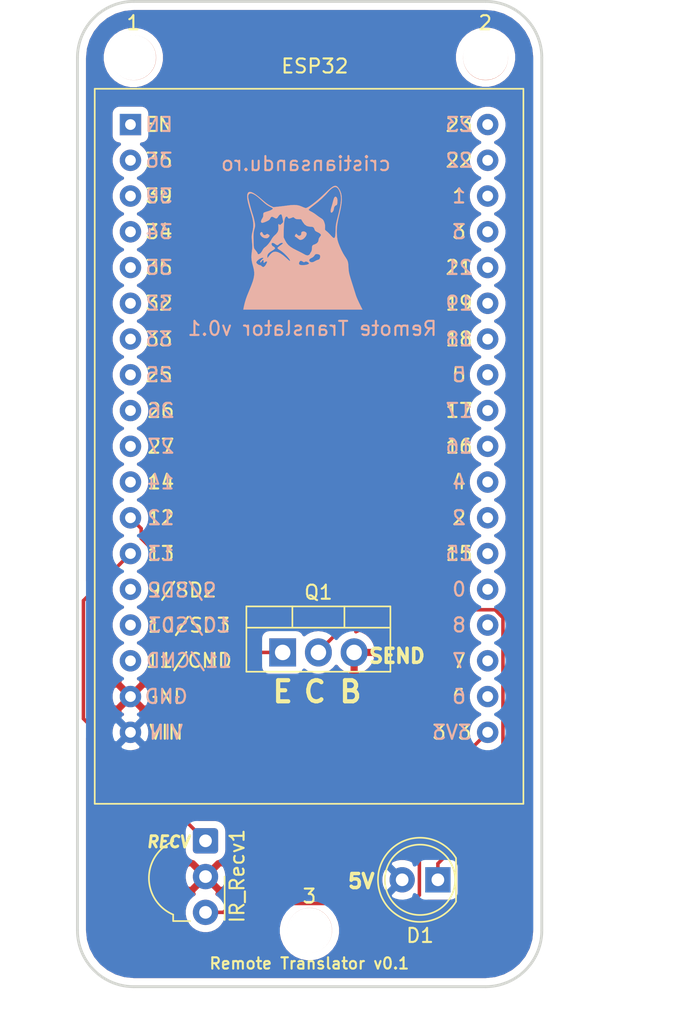
<source format=kicad_pcb>
(kicad_pcb (version 20171130) (host pcbnew 5.0.2)

  (general
    (thickness 1.6)
    (drawings 9)
    (tracks 24)
    (zones 0)
    (modules 9)
    (nets 38)
  )

  (page A4)
  (layers
    (0 F.Cu signal)
    (31 B.Cu signal)
    (32 B.Adhes user)
    (33 F.Adhes user)
    (34 B.Paste user)
    (35 F.Paste user)
    (36 B.SilkS user)
    (37 F.SilkS user)
    (38 B.Mask user)
    (39 F.Mask user)
    (40 Dwgs.User user)
    (41 Cmts.User user)
    (42 Eco1.User user)
    (43 Eco2.User user)
    (44 Edge.Cuts user)
    (45 Margin user)
    (46 B.CrtYd user)
    (47 F.CrtYd user)
    (48 B.Fab user)
    (49 F.Fab user)
  )

  (setup
    (last_trace_width 0.25)
    (trace_clearance 0.2)
    (zone_clearance 0.508)
    (zone_45_only no)
    (trace_min 0.2)
    (segment_width 0.2)
    (edge_width 0.1)
    (via_size 0.8)
    (via_drill 0.4)
    (via_min_size 0.4)
    (via_min_drill 0.3)
    (uvia_size 0.3)
    (uvia_drill 0.1)
    (uvias_allowed no)
    (uvia_min_size 0.2)
    (uvia_min_drill 0.1)
    (pcb_text_width 0.3)
    (pcb_text_size 1.5 1.5)
    (mod_edge_width 0.15)
    (mod_text_size 1 1)
    (mod_text_width 0.15)
    (pad_size 1.524 1.524)
    (pad_drill 0.762)
    (pad_to_mask_clearance 0)
    (solder_mask_min_width 0.25)
    (aux_axis_origin 0 0)
    (visible_elements 7FFFFFFF)
    (pcbplotparams
      (layerselection 0x010fc_ffffffff)
      (usegerberextensions false)
      (usegerberattributes false)
      (usegerberadvancedattributes false)
      (creategerberjobfile false)
      (excludeedgelayer true)
      (linewidth 0.100000)
      (plotframeref false)
      (viasonmask false)
      (mode 1)
      (useauxorigin false)
      (hpglpennumber 1)
      (hpglpenspeed 20)
      (hpglpendiameter 15.000000)
      (psnegative false)
      (psa4output false)
      (plotreference true)
      (plotvalue true)
      (plotinvisibletext false)
      (padsonsilk false)
      (subtractmaskfromsilk false)
      (outputformat 1)
      (mirror false)
      (drillshape 0)
      (scaleselection 1)
      (outputdirectory "../Gerber/"))
  )

  (net 0 "")
  (net 1 /5V)
  (net 2 "Net-(D1-Pad1)")
  (net 3 /3V3)
  (net 4 GND)
  (net 5 /RECV)
  (net 6 /SEND)
  (net 7 "Net-(U1-Pad1)")
  (net 8 "Net-(U1-Pad2)")
  (net 9 "Net-(U1-Pad3)")
  (net 10 "Net-(U1-Pad4)")
  (net 11 "Net-(U1-Pad5)")
  (net 12 "Net-(U1-Pad6)")
  (net 13 "Net-(U1-Pad7)")
  (net 14 "Net-(U1-Pad8)")
  (net 15 "Net-(U1-Pad9)")
  (net 16 "Net-(U1-Pad10)")
  (net 17 "Net-(U1-Pad11)")
  (net 18 "Net-(U1-Pad14)")
  (net 19 "Net-(U1-Pad15)")
  (net 20 "Net-(U1-Pad16)")
  (net 21 "Net-(U1-Pad19)")
  (net 22 "Net-(U1-Pad20)")
  (net 23 "Net-(U1-Pad21)")
  (net 24 "Net-(U1-Pad22)")
  (net 25 "Net-(U1-Pad23)")
  (net 26 "Net-(U1-Pad24)")
  (net 27 "Net-(U1-Pad25)")
  (net 28 "Net-(U1-Pad26)")
  (net 29 "Net-(U1-Pad27)")
  (net 30 "Net-(U1-Pad28)")
  (net 31 "Net-(U1-Pad29)")
  (net 32 "Net-(U1-Pad30)")
  (net 33 "Net-(U1-Pad31)")
  (net 34 "Net-(U1-Pad32)")
  (net 35 "Net-(U1-Pad33)")
  (net 36 "Net-(U1-Pad34)")
  (net 37 "Net-(U1-Pad35)")

  (net_class Default "This is the default net class."
    (clearance 0.2)
    (trace_width 0.25)
    (via_dia 0.8)
    (via_drill 0.4)
    (uvia_dia 0.3)
    (uvia_drill 0.1)
    (add_net /3V3)
    (add_net /5V)
    (add_net /RECV)
    (add_net /SEND)
    (add_net GND)
    (add_net "Net-(D1-Pad1)")
    (add_net "Net-(U1-Pad1)")
    (add_net "Net-(U1-Pad10)")
    (add_net "Net-(U1-Pad11)")
    (add_net "Net-(U1-Pad14)")
    (add_net "Net-(U1-Pad15)")
    (add_net "Net-(U1-Pad16)")
    (add_net "Net-(U1-Pad19)")
    (add_net "Net-(U1-Pad2)")
    (add_net "Net-(U1-Pad20)")
    (add_net "Net-(U1-Pad21)")
    (add_net "Net-(U1-Pad22)")
    (add_net "Net-(U1-Pad23)")
    (add_net "Net-(U1-Pad24)")
    (add_net "Net-(U1-Pad25)")
    (add_net "Net-(U1-Pad26)")
    (add_net "Net-(U1-Pad27)")
    (add_net "Net-(U1-Pad28)")
    (add_net "Net-(U1-Pad29)")
    (add_net "Net-(U1-Pad3)")
    (add_net "Net-(U1-Pad30)")
    (add_net "Net-(U1-Pad31)")
    (add_net "Net-(U1-Pad32)")
    (add_net "Net-(U1-Pad33)")
    (add_net "Net-(U1-Pad34)")
    (add_net "Net-(U1-Pad35)")
    (add_net "Net-(U1-Pad4)")
    (add_net "Net-(U1-Pad5)")
    (add_net "Net-(U1-Pad6)")
    (add_net "Net-(U1-Pad7)")
    (add_net "Net-(U1-Pad8)")
    (add_net "Net-(U1-Pad9)")
  )

  (module OptoDevice:Vishay_MOLD-3Pin (layer F.Cu) (tedit 5B888673) (tstamp 5D4C66E1)
    (at 110.0836 125.9078 270)
    (descr "IR Receiver Vishay TSOP-xxxx, MOLD package, see https://www.vishay.com/docs/82669/tsop32s40f.pdf")
    (tags "IR Receiver Vishay TSOP-xxxx MOLD")
    (path /5D48EEA8)
    (fp_text reference IR_Recv1 (at 2.5 -2.25 270) (layer F.SilkS)
      (effects (font (size 1 1) (thickness 0.15)))
    )
    (fp_text value TSOP43xx (at 2.5 5 270) (layer F.Fab)
      (effects (font (size 1 1) (thickness 0.15)))
    )
    (fp_line (start 0.55 -1.25) (end -0.2 -0.5) (layer F.Fab) (width 0.1))
    (fp_line (start 0.04 2.3) (end -0.18 2.3) (layer F.SilkS) (width 0.12))
    (fp_arc (start 2.64 1.15) (end 5.14 2.25) (angle 132) (layer F.Fab) (width 0.1))
    (fp_arc (start 2.64 1.2) (end 5.24 2.3) (angle 134.1358099) (layer F.SilkS) (width 0.12))
    (fp_line (start -1.15 -1.5) (end 6.23 -1.5) (layer F.CrtYd) (width 0.05))
    (fp_line (start -1.15 -1.5) (end -1.15 4.13) (layer F.CrtYd) (width 0.05))
    (fp_line (start 6.23 4.13) (end 6.23 -1.5) (layer F.CrtYd) (width 0.05))
    (fp_line (start 6.23 4.13) (end -1.15 4.13) (layer F.CrtYd) (width 0.05))
    (fp_line (start 5.62 -1.36) (end 2.54 -1.36) (layer F.SilkS) (width 0.12))
    (fp_line (start 5.7 2.3) (end 5.24 2.3) (layer F.SilkS) (width 0.12))
    (fp_line (start 5.7 2.3) (end 5.7 1.1) (layer F.SilkS) (width 0.12))
    (fp_line (start 5.6 -1.25) (end 5.6 2.2) (layer F.Fab) (width 0.1))
    (fp_line (start 0.55 -1.25) (end 5.6 -1.25) (layer F.Fab) (width 0.1))
    (fp_line (start -0.2 2.2) (end -0.2 -0.5) (layer F.Fab) (width 0.1))
    (fp_line (start 5.6 2.2) (end -0.2 2.2) (layer F.Fab) (width 0.1))
    (fp_text user %R (at 2.675 1.316 90) (layer F.Fab)
      (effects (font (size 1 1) (thickness 0.15)))
    )
    (pad 3 thru_hole circle (at 5.08 0 270) (size 1.8 1.8) (drill 0.9) (layers *.Cu *.Mask)
      (net 3 /3V3))
    (pad 2 thru_hole circle (at 2.54 0 270) (size 1.8 1.8) (drill 0.9) (layers *.Cu *.Mask)
      (net 4 GND))
    (pad 1 thru_hole roundrect (at 0 0 270) (size 1.8 1.8) (drill 0.9) (layers *.Cu *.Mask) (roundrect_rratio 0.138)
      (net 5 /RECV))
    (model ${KISYS3DMOD}/OptoDevice.3dshapes/Vishay_MOLD-3Pin.wrl
      (at (xyz 0 0 0))
      (scale (xyz 1 1 1))
      (rotate (xyz 0 0 0))
    )
  )

  (module ESP32:BoardCutout (layer F.Cu) (tedit 5D4C57C5) (tstamp 5D4CFC3B)
    (at 117.2972 98.2726)
    (fp_text reference CUT (at 19.3802 23.9776 180) (layer Eco1.User)
      (effects (font (size 1 1) (thickness 0.15)))
    )
    (fp_text value BoardCutout (at 22.0218 -9.1694) (layer Eco1.User)
      (effects (font (size 1 1) (thickness 0.15)))
    )
    (fp_arc (start -12.320001 -28.004) (end -12.320001 -32.004) (angle -90) (layer Edge.Cuts) (width 0.2))
    (fp_line (start -12.32 37.996) (end 12.7 37.996) (layer Edge.Cuts) (width 0.2))
    (fp_circle (center 0.19 33.996001) (end 1.69 33.996001) (layer B.SilkS) (width 0.2))
    (fp_circle (center 12.7 -28.004) (end 14.2 -28.004) (layer B.SilkS) (width 0.2))
    (fp_circle (center -12.320001 -28.004) (end -10.820001 -28.004) (layer B.SilkS) (width 0.2))
    (fp_arc (start 12.7 33.996001) (end 12.7 37.996) (angle -90) (layer Edge.Cuts) (width 0.2))
    (fp_line (start 16.7 33.996001) (end 16.7 -28.004) (layer Edge.Cuts) (width 0.2))
    (fp_arc (start -12.320001 33.996) (end -16.32 33.996) (angle -90) (layer Edge.Cuts) (width 0.2))
    (fp_line (start -16.32 -28.004) (end -16.32 33.996) (layer Edge.Cuts) (width 0.2))
    (fp_arc (start 12.7 -28.004) (end 16.7 -28.004) (angle -90) (layer Edge.Cuts) (width 0.2))
    (fp_line (start 12.7 -32.004) (end -12.320001 -32.004) (layer Edge.Cuts) (width 0.2))
  )

  (module ESP32:ESP32_DevKit_36PIN (layer F.Cu) (tedit 5D4C4E04) (tstamp 5D4CEF31)
    (at 114.907 80.097)
    (path /5D4C4D02)
    (fp_text reference ESP32 (at 2.949 -9.231) (layer F.SilkS)
      (effects (font (size 1 1) (thickness 0.15)))
    )
    (fp_text value ESP32_DevKit (at 2.54 40.64) (layer F.Fab)
      (effects (font (size 1 1) (thickness 0.15)))
    )
    (fp_text user 3V3 (at 12.7 38.1) (layer B.SilkS)
      (effects (font (size 1 1) (thickness 0.15)) (justify mirror))
    )
    (fp_text user 6 (at 13.208 35.56) (layer B.SilkS)
      (effects (font (size 1 1) (thickness 0.15)) (justify mirror))
    )
    (fp_text user 7 (at 13.208 33.02) (layer B.SilkS)
      (effects (font (size 1 1) (thickness 0.15)) (justify mirror))
    )
    (fp_text user 8 (at 13.208 30.48) (layer B.SilkS)
      (effects (font (size 1 1) (thickness 0.15)) (justify mirror))
    )
    (fp_text user 0 (at 13.208 27.94) (layer B.SilkS)
      (effects (font (size 1 1) (thickness 0.15)) (justify mirror))
    )
    (fp_text user 15 (at 13.208 25.4) (layer B.SilkS)
      (effects (font (size 1 1) (thickness 0.15)) (justify mirror))
    )
    (fp_text user 2 (at 13.208 22.86) (layer B.SilkS)
      (effects (font (size 1 1) (thickness 0.15)) (justify mirror))
    )
    (fp_text user 4 (at 13.208 20.32) (layer B.SilkS)
      (effects (font (size 1 1) (thickness 0.15)) (justify mirror))
    )
    (fp_text user 16 (at 13.208 17.78) (layer B.SilkS)
      (effects (font (size 1 1) (thickness 0.15)) (justify mirror))
    )
    (fp_text user 17 (at 13.208 15.24) (layer B.SilkS)
      (effects (font (size 1 1) (thickness 0.15)) (justify mirror))
    )
    (fp_text user 5 (at 13.208 12.7) (layer B.SilkS)
      (effects (font (size 1 1) (thickness 0.15)) (justify mirror))
    )
    (fp_text user 18 (at 13.208 10.16) (layer B.SilkS)
      (effects (font (size 1 1) (thickness 0.15)) (justify mirror))
    )
    (fp_text user 19 (at 13.208 7.62) (layer B.SilkS)
      (effects (font (size 1 1) (thickness 0.15)) (justify mirror))
    )
    (fp_text user 21 (at 13.208 5.08) (layer B.SilkS)
      (effects (font (size 1 1) (thickness 0.15)) (justify mirror))
    )
    (fp_text user 3 (at 13.208 2.54) (layer B.SilkS)
      (effects (font (size 1 1) (thickness 0.15)) (justify mirror))
    )
    (fp_text user 1 (at 13.208 0) (layer B.SilkS)
      (effects (font (size 1 1) (thickness 0.15)) (justify mirror))
    )
    (fp_text user 22 (at 13.208 -2.54) (layer B.SilkS)
      (effects (font (size 1 1) (thickness 0.15)) (justify mirror))
    )
    (fp_text user 23 (at 13.208 -5.08) (layer B.SilkS)
      (effects (font (size 1 1) (thickness 0.15)) (justify mirror))
    )
    (fp_text user VIN (at -7.62 38.1) (layer B.SilkS)
      (effects (font (size 1 1) (thickness 0.15)) (justify mirror))
    )
    (fp_text user GND (at -7.62 35.56) (layer B.SilkS)
      (effects (font (size 1 1) (thickness 0.15)) (justify mirror))
    )
    (fp_text user 11/CMD (at -6 33) (layer F.SilkS)
      (effects (font (size 1 1) (thickness 0.15)))
    )
    (fp_text user 10/SD3 (at -6 30.48) (layer B.SilkS)
      (effects (font (size 1 1) (thickness 0.15)) (justify mirror))
    )
    (fp_text user 9/SD2 (at -6.5 28) (layer B.SilkS)
      (effects (font (size 1 1) (thickness 0.15)) (justify mirror))
    )
    (fp_text user 13 (at -8 25.4) (layer B.SilkS)
      (effects (font (size 1 1) (thickness 0.15)) (justify mirror))
    )
    (fp_text user 12 (at -8 22.86) (layer B.SilkS)
      (effects (font (size 1 1) (thickness 0.15)) (justify mirror))
    )
    (fp_text user 14 (at -8 20.32) (layer B.SilkS)
      (effects (font (size 1 1) (thickness 0.15)) (justify mirror))
    )
    (fp_text user 27 (at -8 17.78) (layer B.SilkS)
      (effects (font (size 1 1) (thickness 0.15)) (justify mirror))
    )
    (fp_text user 26 (at -8 15.24) (layer B.SilkS)
      (effects (font (size 1 1) (thickness 0.15)) (justify mirror))
    )
    (fp_text user 25 (at -8.128 12.7) (layer B.SilkS)
      (effects (font (size 1 1) (thickness 0.15)) (justify mirror))
    )
    (fp_text user 33 (at -8.128 10.16) (layer B.SilkS)
      (effects (font (size 1 1) (thickness 0.15)) (justify mirror))
    )
    (fp_text user 32 (at -8.128 7.62) (layer B.SilkS)
      (effects (font (size 1 1) (thickness 0.15)) (justify mirror))
    )
    (fp_text user 35 (at -8.128 5.08) (layer B.SilkS)
      (effects (font (size 1 1) (thickness 0.15)) (justify mirror))
    )
    (fp_text user 34 (at -8.128 2.54) (layer B.SilkS)
      (effects (font (size 1 1) (thickness 0.15)) (justify mirror))
    )
    (fp_text user 39 (at -8.128 0) (layer B.SilkS)
      (effects (font (size 1 1) (thickness 0.15)) (justify mirror))
    )
    (fp_text user 36 (at -8.128 -2.54) (layer B.SilkS)
      (effects (font (size 1 1) (thickness 0.15)) (justify mirror))
    )
    (fp_text user EN (at -8.128 -5.08) (layer B.SilkS)
      (effects (font (size 1 1) (thickness 0.15)) (justify mirror))
    )
    (fp_text user 6 (at 13.208 35.56) (layer F.SilkS)
      (effects (font (size 1 1) (thickness 0.15)))
    )
    (fp_text user 7 (at 13.208 33.02) (layer F.SilkS)
      (effects (font (size 1 1) (thickness 0.15)))
    )
    (fp_text user 8 (at 13.208 30.48) (layer F.SilkS)
      (effects (font (size 1 1) (thickness 0.15)))
    )
    (fp_text user 0 (at 13.208 27.94) (layer F.SilkS)
      (effects (font (size 1 1) (thickness 0.15)))
    )
    (fp_text user 15 (at 13.208 25.4) (layer F.SilkS)
      (effects (font (size 1 1) (thickness 0.15)))
    )
    (fp_text user 2 (at 13.208 22.86) (layer F.SilkS)
      (effects (font (size 1 1) (thickness 0.15)))
    )
    (fp_text user 4 (at 13.208 20.32) (layer F.SilkS)
      (effects (font (size 1 1) (thickness 0.15)))
    )
    (fp_text user 16 (at 13.208 17.78) (layer F.SilkS)
      (effects (font (size 1 1) (thickness 0.15)))
    )
    (fp_text user 17 (at 13.208 15.24) (layer F.SilkS)
      (effects (font (size 1 1) (thickness 0.15)))
    )
    (fp_text user 5 (at 13.208 12.7) (layer F.SilkS)
      (effects (font (size 1 1) (thickness 0.15)))
    )
    (fp_text user 18 (at 13.208 10.16) (layer F.SilkS)
      (effects (font (size 1 1) (thickness 0.15)))
    )
    (fp_text user 19 (at 13.208 7.62) (layer F.SilkS)
      (effects (font (size 1 1) (thickness 0.15)))
    )
    (fp_text user 21 (at 13.208 5.08) (layer F.SilkS)
      (effects (font (size 1 1) (thickness 0.15)))
    )
    (fp_text user 3 (at 13.208 2.54) (layer F.SilkS)
      (effects (font (size 1 1) (thickness 0.15)))
    )
    (fp_text user 1 (at 13.208 0) (layer F.SilkS)
      (effects (font (size 1 1) (thickness 0.15)))
    )
    (fp_text user 22 (at 13.208 -2.54) (layer F.SilkS)
      (effects (font (size 1 1) (thickness 0.15)))
    )
    (fp_text user 23 (at 13.208 -5.08) (layer F.SilkS)
      (effects (font (size 1 1) (thickness 0.15)))
    )
    (fp_text user 36 (at -8.128 -2.54) (layer F.SilkS)
      (effects (font (size 1 1) (thickness 0.15)))
    )
    (fp_text user 39 (at -8.128 0) (layer F.SilkS)
      (effects (font (size 1 1) (thickness 0.15)))
    )
    (fp_text user 34 (at -8.128 2.54) (layer F.SilkS)
      (effects (font (size 1 1) (thickness 0.15)))
    )
    (fp_text user 35 (at -8.128 5.08) (layer F.SilkS)
      (effects (font (size 1 1) (thickness 0.15)))
    )
    (fp_text user 32 (at -8.128 7.62) (layer F.SilkS)
      (effects (font (size 1 1) (thickness 0.15)))
    )
    (fp_text user 33 (at -8.128 10.16) (layer F.SilkS)
      (effects (font (size 1 1) (thickness 0.15)))
    )
    (fp_text user 25 (at -8.128 12.7) (layer F.SilkS)
      (effects (font (size 1 1) (thickness 0.15)))
    )
    (fp_text user 26 (at -8 15.24) (layer F.SilkS)
      (effects (font (size 1 1) (thickness 0.15)))
    )
    (fp_text user 27 (at -8 17.78) (layer F.SilkS)
      (effects (font (size 1 1) (thickness 0.15)))
    )
    (fp_line (start -12.7 -7.62) (end 17.78 -7.62) (layer F.SilkS) (width 0.12))
    (fp_line (start 17.78 -7.62) (end 17.78 43.18) (layer F.SilkS) (width 0.12))
    (fp_line (start 17.78 43.18) (end -12.7 43.18) (layer F.SilkS) (width 0.12))
    (fp_line (start -12.7 43.18) (end -12.7 -7.62) (layer F.SilkS) (width 0.12))
    (fp_text user EN (at -8.128 -5.08) (layer F.SilkS)
      (effects (font (size 1 1) (thickness 0.15)))
    )
    (fp_text user VIN (at -7.62 38.1) (layer F.SilkS)
      (effects (font (size 1 1) (thickness 0.15)))
    )
    (fp_text user GND (at -7.62 35.56) (layer F.SilkS)
      (effects (font (size 1 1) (thickness 0.15)))
    )
    (fp_text user 3V3 (at 12.7 38.1) (layer F.SilkS)
      (effects (font (size 1 1) (thickness 0.15)))
    )
    (fp_text user 11/CMD (at -6 33) (layer B.SilkS)
      (effects (font (size 1 1) (thickness 0.15)) (justify mirror))
    )
    (fp_text user 10/SD3 (at -6 30.5) (layer F.SilkS)
      (effects (font (size 1 1) (thickness 0.15)))
    )
    (fp_text user 9/SD2 (at -6.5 28) (layer F.SilkS)
      (effects (font (size 1 1) (thickness 0.15)))
    )
    (fp_text user 13 (at -8 25.4) (layer F.SilkS)
      (effects (font (size 1 1) (thickness 0.15)))
    )
    (fp_text user 12 (at -8 22.86) (layer F.SilkS)
      (effects (font (size 1 1) (thickness 0.15)))
    )
    (fp_text user 14 (at -8 20.32) (layer F.SilkS)
      (effects (font (size 1 1) (thickness 0.15)))
    )
    (pad 1 thru_hole rect (at -10.16 -5.08) (size 1.524 1.524) (drill 0.762) (layers *.Cu *.Mask)
      (net 7 "Net-(U1-Pad1)"))
    (pad 2 thru_hole circle (at -10.16 -2.54) (size 1.524 1.524) (drill 0.762) (layers *.Cu *.Mask)
      (net 8 "Net-(U1-Pad2)"))
    (pad 3 thru_hole circle (at -10.16 0) (size 1.524 1.524) (drill 0.762) (layers *.Cu *.Mask)
      (net 9 "Net-(U1-Pad3)"))
    (pad 4 thru_hole circle (at -10.16 2.54) (size 1.524 1.524) (drill 0.762) (layers *.Cu *.Mask)
      (net 10 "Net-(U1-Pad4)"))
    (pad 5 thru_hole circle (at -10.16 5.08) (size 1.524 1.524) (drill 0.762) (layers *.Cu *.Mask)
      (net 11 "Net-(U1-Pad5)"))
    (pad 6 thru_hole circle (at -10.16 7.62) (size 1.524 1.524) (drill 0.762) (layers *.Cu *.Mask)
      (net 12 "Net-(U1-Pad6)"))
    (pad 7 thru_hole circle (at -10.16 10.16) (size 1.524 1.524) (drill 0.762) (layers *.Cu *.Mask)
      (net 13 "Net-(U1-Pad7)"))
    (pad 8 thru_hole circle (at -10.16 12.7) (size 1.524 1.524) (drill 0.762) (layers *.Cu *.Mask)
      (net 14 "Net-(U1-Pad8)"))
    (pad 9 thru_hole circle (at -10.16 15.24) (size 1.524 1.524) (drill 0.762) (layers *.Cu *.Mask)
      (net 15 "Net-(U1-Pad9)"))
    (pad 10 thru_hole circle (at -10.16 17.78) (size 1.524 1.524) (drill 0.762) (layers *.Cu *.Mask)
      (net 16 "Net-(U1-Pad10)"))
    (pad 11 thru_hole circle (at -10.16 20.32) (size 1.524 1.524) (drill 0.762) (layers *.Cu *.Mask)
      (net 17 "Net-(U1-Pad11)"))
    (pad 12 thru_hole circle (at -10.16 22.86) (size 1.524 1.524) (drill 0.762) (layers *.Cu *.Mask)
      (net 6 /SEND))
    (pad 13 thru_hole circle (at -10.16 25.4) (size 1.524 1.524) (drill 0.762) (layers *.Cu *.Mask)
      (net 5 /RECV))
    (pad 14 thru_hole circle (at -10.16 27.94) (size 1.524 1.524) (drill 0.762) (layers *.Cu *.Mask)
      (net 18 "Net-(U1-Pad14)"))
    (pad 15 thru_hole circle (at -10.16 30.48) (size 1.524 1.524) (drill 0.762) (layers *.Cu *.Mask)
      (net 19 "Net-(U1-Pad15)"))
    (pad 16 thru_hole circle (at -10.16 33.02) (size 1.524 1.524) (drill 0.762) (layers *.Cu *.Mask)
      (net 20 "Net-(U1-Pad16)"))
    (pad 17 thru_hole circle (at -10.16 35.56) (size 1.524 1.524) (drill 0.762) (layers *.Cu *.Mask)
      (net 4 GND))
    (pad 18 thru_hole circle (at -10.16 38.1) (size 1.524 1.524) (drill 0.762) (layers *.Cu *.Mask)
      (net 1 /5V))
    (pad 19 thru_hole circle (at 15.24 -5.08) (size 1.524 1.524) (drill 0.762) (layers *.Cu *.Mask)
      (net 21 "Net-(U1-Pad19)"))
    (pad 20 thru_hole circle (at 15.24 -2.54) (size 1.524 1.524) (drill 0.762) (layers *.Cu *.Mask)
      (net 22 "Net-(U1-Pad20)"))
    (pad 21 thru_hole circle (at 15.24 0) (size 1.524 1.524) (drill 0.762) (layers *.Cu *.Mask)
      (net 23 "Net-(U1-Pad21)"))
    (pad 22 thru_hole circle (at 15.24 2.54) (size 1.524 1.524) (drill 0.762) (layers *.Cu *.Mask)
      (net 24 "Net-(U1-Pad22)"))
    (pad 23 thru_hole circle (at 15.24 5.08) (size 1.524 1.524) (drill 0.762) (layers *.Cu *.Mask)
      (net 25 "Net-(U1-Pad23)"))
    (pad 24 thru_hole circle (at 15.24 7.62) (size 1.524 1.524) (drill 0.762) (layers *.Cu *.Mask)
      (net 26 "Net-(U1-Pad24)"))
    (pad 25 thru_hole circle (at 15.24 10.16) (size 1.524 1.524) (drill 0.762) (layers *.Cu *.Mask)
      (net 27 "Net-(U1-Pad25)"))
    (pad 26 thru_hole circle (at 15.24 12.7) (size 1.524 1.524) (drill 0.762) (layers *.Cu *.Mask)
      (net 28 "Net-(U1-Pad26)"))
    (pad 27 thru_hole circle (at 15.24 15.24) (size 1.524 1.524) (drill 0.762) (layers *.Cu *.Mask)
      (net 29 "Net-(U1-Pad27)"))
    (pad 28 thru_hole circle (at 15.24 17.78) (size 1.524 1.524) (drill 0.762) (layers *.Cu *.Mask)
      (net 30 "Net-(U1-Pad28)"))
    (pad 29 thru_hole circle (at 15.24 20.32) (size 1.524 1.524) (drill 0.762) (layers *.Cu *.Mask)
      (net 31 "Net-(U1-Pad29)"))
    (pad 30 thru_hole circle (at 15.24 22.86) (size 1.524 1.524) (drill 0.762) (layers *.Cu *.Mask)
      (net 32 "Net-(U1-Pad30)"))
    (pad 31 thru_hole circle (at 15.24 25.4) (size 1.524 1.524) (drill 0.762) (layers *.Cu *.Mask)
      (net 33 "Net-(U1-Pad31)"))
    (pad 32 thru_hole circle (at 15.24 27.94) (size 1.524 1.524) (drill 0.762) (layers *.Cu *.Mask)
      (net 34 "Net-(U1-Pad32)"))
    (pad 33 thru_hole circle (at 15.24 30.48) (size 1.524 1.524) (drill 0.762) (layers *.Cu *.Mask)
      (net 35 "Net-(U1-Pad33)"))
    (pad 34 thru_hole circle (at 15.24 33.02) (size 1.524 1.524) (drill 0.762) (layers *.Cu *.Mask)
      (net 36 "Net-(U1-Pad34)"))
    (pad 35 thru_hole circle (at 15.24 35.56) (size 1.524 1.524) (drill 0.762) (layers *.Cu *.Mask)
      (net 37 "Net-(U1-Pad35)"))
    (pad 36 thru_hole circle (at 15.24 38.1) (size 1.524 1.524) (drill 0.762) (layers *.Cu *.Mask)
      (net 3 /3V3))
  )

  (module Logo:Logo (layer B.Cu) (tedit 0) (tstamp 5D4D041A)
    (at 117.0432 83.3882 180)
    (fp_text reference G*** (at 0 0) (layer B.SilkS) hide
      (effects (font (size 1.524 1.524) (thickness 0.3)) (justify mirror))
    )
    (fp_text value LOGO (at 0.75 0) (layer B.SilkS) hide
      (effects (font (size 1.524 1.524) (thickness 0.3)) (justify mirror))
    )
    (fp_poly (pts (xy -2.213411 3.204564) (xy -2.164062 3.104209) (xy -2.116681 2.940113) (xy -2.115823 2.936529)
      (xy -2.075342 2.778169) (xy -2.02864 2.61182) (xy -1.992157 2.493307) (xy -1.952144 2.341604)
      (xy -1.939415 2.222525) (xy -1.951607 2.143026) (xy -1.98636 2.110063) (xy -2.041312 2.13059)
      (xy -2.096027 2.187381) (xy -2.149724 2.293084) (xy -2.167467 2.392168) (xy -2.189511 2.495739)
      (xy -2.245037 2.584288) (xy -2.318138 2.636058) (xy -2.349831 2.6416) (xy -2.385656 2.674923)
      (xy -2.411818 2.775029) (xy -2.417949 2.8194) (xy -2.424142 2.994679) (xy -2.398704 3.131455)
      (xy -2.343968 3.218912) (xy -2.329429 3.229712) (xy -2.267583 3.245093) (xy -2.213411 3.204564)) (layer B.SilkS) (width 0.01))
    (fp_poly (pts (xy 3.050642 0.684378) (xy 3.061303 0.668575) (xy 3.079928 0.604414) (xy 3.05103 0.524874)
      (xy 3.048 0.519465) (xy 2.940892 0.393188) (xy 2.798205 0.31361) (xy 2.63825 0.289537)
      (xy 2.582631 0.295661) (xy 2.511778 0.331064) (xy 2.444664 0.396413) (xy 2.406567 0.465418)
      (xy 2.404533 0.480889) (xy 2.429913 0.515638) (xy 2.490068 0.562483) (xy 2.554648 0.598491)
      (xy 2.59843 0.593395) (xy 2.639675 0.560543) (xy 2.731167 0.512389) (xy 2.81652 0.52679)
      (xy 2.880387 0.599194) (xy 2.894439 0.636077) (xy 2.93635 0.717293) (xy 2.990787 0.733855)
      (xy 3.050642 0.684378)) (layer B.SilkS) (width 0.01))
    (fp_poly (pts (xy 0.10227 0.751142) (xy 0.14784 0.691696) (xy 0.148069 0.620266) (xy 0.157435 0.544482)
      (xy 0.204174 0.497583) (xy 0.296327 0.462764) (xy 0.38444 0.493437) (xy 0.44704 0.555244)
      (xy 0.491137 0.604046) (xy 0.521052 0.600976) (xy 0.556029 0.5588) (xy 0.598699 0.483424)
      (xy 0.605811 0.426499) (xy 0.578937 0.4064) (xy 0.53773 0.386225) (xy 0.464513 0.334355)
      (xy 0.4064 0.287867) (xy 0.320643 0.222593) (xy 0.251957 0.181588) (xy 0.225396 0.173946)
      (xy 0.162333 0.183705) (xy 0.108655 0.19342) (xy 0.018327 0.236424) (xy -0.079052 0.320705)
      (xy -0.163873 0.425274) (xy -0.216525 0.529142) (xy -0.221124 0.546377) (xy -0.229168 0.633336)
      (xy -0.197502 0.69275) (xy -0.169703 0.717712) (xy -0.072941 0.769191) (xy 0.023196 0.778654)
      (xy 0.10227 0.751142)) (layer B.SilkS) (width 0.01))
    (fp_poly (pts (xy -2.212703 4.012247) (xy -2.097294 3.963891) (xy -1.957876 3.868301) (xy -1.788029 3.723908)
      (xy -1.581329 3.529146) (xy -1.575719 3.5237) (xy -1.336274 3.297292) (xy -1.101924 3.087265)
      (xy -0.878906 2.898424) (xy -0.673456 2.735576) (xy -0.49181 2.603524) (xy -0.340204 2.507075)
      (xy -0.224875 2.451034) (xy -0.16724 2.4384) (xy -0.108772 2.45206) (xy -0.009705 2.488079)
      (xy 0.109734 2.539015) (xy 0.123843 2.545484) (xy 0.289619 2.608934) (xy 0.463356 2.645951)
      (xy 0.659786 2.65761) (xy 0.893639 2.644989) (xy 1.1176 2.61813) (xy 1.282864 2.596189)
      (xy 1.482649 2.57148) (xy 1.684087 2.548012) (xy 1.769266 2.538629) (xy 2.133065 2.499499)
      (xy 2.344999 2.598752) (xy 2.488869 2.681413) (xy 2.665407 2.808042) (xy 2.863756 2.970707)
      (xy 2.912533 3.013458) (xy 3.167453 3.230945) (xy 3.383459 3.395967) (xy 3.562972 3.509713)
      (xy 3.708417 3.573373) (xy 3.822216 3.588138) (xy 3.906794 3.555197) (xy 3.940856 3.518439)
      (xy 3.985501 3.409583) (xy 3.998338 3.253829) (xy 3.979024 3.048553) (xy 3.927217 2.79113)
      (xy 3.842571 2.478937) (xy 3.777436 2.269067) (xy 3.682692 1.959551) (xy 3.615407 1.698206)
      (xy 3.574255 1.471892) (xy 3.557907 1.267467) (xy 3.565037 1.071793) (xy 3.594318 0.871727)
      (xy 3.622962 0.739931) (xy 3.651705 0.610524) (xy 3.668498 0.501581) (xy 3.674273 0.392066)
      (xy 3.669956 0.260942) (xy 3.65648 0.087169) (xy 3.653354 0.051986) (xy 3.637532 -0.160146)
      (xy 3.633624 -0.332457) (xy 3.642091 -0.491883) (xy 3.663393 -0.66536) (xy 3.665923 -0.682366)
      (xy 3.690844 -0.893993) (xy 3.695258 -1.083808) (xy 3.677254 -1.273189) (xy 3.634918 -1.483512)
      (xy 3.57396 -1.710001) (xy 3.521348 -1.924496) (xy 3.495651 -2.124433) (xy 3.498491 -2.322852)
      (xy 3.531493 -2.532791) (xy 3.59628 -2.767289) (xy 3.694476 -3.039387) (xy 3.759589 -3.200815)
      (xy 3.831421 -3.37463) (xy 3.906829 -3.557693) (xy 3.973976 -3.721249) (xy 4.000604 -3.786358)
      (xy 4.090186 -4.034626) (xy 4.17227 -4.315018) (xy 4.236677 -4.59198) (xy 4.247334 -4.6482)
      (xy 4.270269 -4.7752) (xy -4.200318 -4.7752) (xy -4.081346 -4.538952) (xy -3.963221 -4.298565)
      (xy -3.863069 -4.083047) (xy -3.785798 -3.903377) (xy -3.736315 -3.770532) (xy -3.732764 -3.7592)
      (xy -3.712199 -3.693087) (xy -3.67459 -3.573426) (xy -3.623412 -3.411219) (xy -3.562139 -3.217468)
      (xy -3.494243 -3.003177) (xy -3.460113 -2.895599) (xy -3.382931 -2.650563) (xy -3.324187 -2.457539)
      (xy -3.281095 -2.304216) (xy -3.250871 -2.178284) (xy -3.230728 -2.067432) (xy -3.217882 -1.959351)
      (xy -3.209548 -1.841728) (xy -3.206074 -1.77273) (xy -3.194913 -1.585196) (xy -3.180704 -1.473623)
      (xy -0.395243 -1.473623) (xy -0.393306 -1.513994) (xy -0.382722 -1.526647) (xy -0.309283 -1.567717)
      (xy -0.19335 -1.597906) (xy -0.055838 -1.615719) (xy 0.082337 -1.61966) (xy 0.200259 -1.608231)
      (xy 0.277012 -1.579937) (xy 0.283516 -1.574312) (xy 0.316262 -1.518718) (xy 0.306407 -1.442462)
      (xy 0.300502 -1.424627) (xy 0.270815 -1.372687) (xy 2.573866 -1.372687) (xy 2.591551 -1.435786)
      (xy 2.635193 -1.527044) (xy 2.690672 -1.620018) (xy 2.740538 -1.684866) (xy 2.821699 -1.74871)
      (xy 2.892238 -1.750156) (xy 2.963333 -1.693333) (xy 3.028407 -1.642095) (xy 3.078649 -1.625473)
      (xy 3.156989 -1.605281) (xy 3.244056 -1.55602) (xy 3.316793 -1.494191) (xy 3.352146 -1.436298)
      (xy 3.3528 -1.429233) (xy 3.324741 -1.358447) (xy 3.250776 -1.273801) (xy 3.146219 -1.190413)
      (xy 3.058148 -1.138399) (xy 2.95252 -1.096448) (xy 2.878444 -1.08703) (xy 2.844636 -1.105497)
      (xy 2.859816 -1.147201) (xy 2.930842 -1.206282) (xy 3.015558 -1.27974) (xy 3.063845 -1.357855)
      (xy 3.064747 -1.422391) (xy 3.062762 -1.425913) (xy 3.03301 -1.425245) (xy 2.98724 -1.373494)
      (xy 2.977027 -1.35748) (xy 2.914639 -1.279212) (xy 2.860858 -1.251024) (xy 2.827416 -1.273137)
      (xy 2.826044 -1.345772) (xy 2.827866 -1.354666) (xy 2.8325 -1.432858) (xy 2.804818 -1.45446)
      (xy 2.751706 -1.415339) (xy 2.7432 -1.405466) (xy 2.69392 -1.37189) (xy 2.631086 -1.354269)
      (xy 2.583349 -1.358152) (xy 2.573866 -1.372687) (xy 0.270815 -1.372687) (xy 0.247684 -1.33222)
      (xy 0.1751 -1.304368) (xy 0.080983 -1.340577) (xy 0.057804 -1.356652) (xy -0.020119 -1.402419)
      (xy -0.069468 -1.398961) (xy -0.077818 -1.391995) (xy -0.156031 -1.357286) (xy -0.255996 -1.370558)
      (xy -0.343382 -1.419996) (xy -0.395243 -1.473623) (xy -3.180704 -1.473623) (xy -3.176909 -1.443831)
      (xy -3.144911 -1.327071) (xy -3.091765 -1.213351) (xy -3.01032 -1.081108) (xy -2.943994 -0.982583)
      (xy -2.919966 -0.943127) (xy -1.193354 -0.943127) (xy -1.192732 -1.052679) (xy -1.183035 -1.09334)
      (xy -1.146582 -1.181113) (xy -1.086444 -1.22515) (xy -1.040496 -1.238183) (xy -0.939242 -1.27392)
      (xy -0.830717 -1.330993) (xy -0.813405 -1.342276) (xy -0.682441 -1.406097) (xy -0.562399 -1.417828)
      (xy -0.467326 -1.376401) (xy -0.459619 -1.36918) (xy -0.41323 -1.294436) (xy 0.944967 -1.294436)
      (xy 0.963466 -1.320411) (xy 0.969548 -1.3208) (xy 1.002067 -1.299157) (xy 1.071416 -1.241163)
      (xy 1.165413 -1.157217) (xy 1.217452 -1.109133) (xy 1.437241 -0.92109) (xy 1.640732 -0.781416)
      (xy 1.822199 -0.693457) (xy 1.975916 -0.660555) (xy 1.985866 -0.6604) (xy 2.113648 -0.67831)
      (xy 2.22977 -0.737575) (xy 2.346763 -0.846494) (xy 2.4384 -0.960088) (xy 2.556933 -1.119019)
      (xy 2.567724 -1.014312) (xy 2.552908 -0.890424) (xy 2.478998 -0.775536) (xy 2.342081 -0.664028)
      (xy 2.309228 -0.643133) (xy 2.171189 -0.557188) (xy 2.082693 -0.497546) (xy 2.03524 -0.455603)
      (xy 2.020326 -0.422755) (xy 2.02945 -0.390399) (xy 2.040622 -0.371311) (xy 2.085396 -0.319004)
      (xy 2.11368 -0.3048) (xy 2.176995 -0.276483) (xy 2.235583 -0.209395) (xy 2.267707 -0.130327)
      (xy 2.269066 -0.113284) (xy 2.245393 -0.051546) (xy 2.183146 -0.033269) (xy 2.095482 -0.058193)
      (xy 2.004309 -0.118533) (xy 1.927085 -0.173631) (xy 1.864214 -0.20212) (xy 1.855214 -0.2032)
      (xy 1.800447 -0.18018) (xy 1.732628 -0.124196) (xy 1.7272 -0.118533) (xy 1.659744 -0.069554)
      (xy 1.578584 -0.039144) (xy 1.505174 -0.031398) (xy 1.460968 -0.050414) (xy 1.456267 -0.066802)
      (xy 1.482534 -0.100653) (xy 1.551487 -0.158092) (xy 1.648352 -0.226844) (xy 1.651 -0.2286)
      (xy 1.748672 -0.299554) (xy 1.818557 -0.362386) (xy 1.845727 -0.403646) (xy 1.845733 -0.404019)
      (xy 1.818261 -0.445256) (xy 1.747723 -0.50112) (xy 1.686478 -0.538555) (xy 1.578897 -0.608216)
      (xy 1.460231 -0.701708) (xy 1.33815 -0.810661) (xy 1.220324 -0.926706) (xy 1.114422 -1.041475)
      (xy 1.028116 -1.146599) (xy 0.969074 -1.233708) (xy 0.944967 -1.294436) (xy -0.41323 -1.294436)
      (xy -0.408665 -1.287082) (xy -0.425179 -1.210302) (xy -0.509093 -1.138983) (xy -0.587802 -1.100516)
      (xy -0.686432 -1.040406) (xy -0.763848 -0.961537) (xy -0.772882 -0.947333) (xy -0.82961 -0.865403)
      (xy -0.892346 -0.829638) (xy -0.985759 -0.829468) (xy -1.032273 -0.836186) (xy -1.141114 -0.873087)
      (xy -1.193354 -0.943127) (xy -2.919966 -0.943127) (xy -2.823721 -0.785086) (xy -2.699103 -0.542842)
      (xy -2.580425 -0.277238) (xy -2.482965 -0.023931) (xy -2.431307 0.152308) (xy -2.398479 0.342794)
      (xy -2.38 0.57368) (xy -2.379773 0.57834) (xy -2.374714 0.797167) (xy -2.382698 1.010116)
      (xy -2.4056 1.231499) (xy -2.445295 1.475631) (xy -2.503655 1.756824) (xy -2.572084 2.046874)
      (xy -2.655861 2.420559) (xy -2.709598 2.741282) (xy -2.732626 3.009513) (xy -2.671545 3.009513)
      (xy -2.650291 2.774845) (xy -2.605722 2.50127) (xy -2.537419 2.18132) (xy -2.44496 1.807529)
      (xy -2.419471 1.710267) (xy -2.36618 1.501008) (xy -2.329807 1.333642) (xy -2.306978 1.185441)
      (xy -2.29432 1.033674) (xy -2.28846 0.855613) (xy -2.28794 0.823928) (xy -2.280034 0.602507)
      (xy -2.262547 0.444903) (xy -2.23341 0.347616) (xy -2.190557 0.307147) (xy -2.131918 0.319999)
      (xy -2.055427 0.38267) (xy -2.037862 0.400814) (xy -1.954814 0.489729) (xy -1.925543 0.52143)
      (xy -1.253067 0.52143) (xy -1.231605 0.469202) (xy -1.178896 0.397929) (xy -1.1684 0.386267)
      (xy -1.097794 0.268957) (xy -1.083734 0.185889) (xy -1.05198 0.052756) (xy -0.964154 -0.058392)
      (xy -0.831413 -0.133841) (xy -0.820737 -0.137428) (xy -0.705389 -0.181562) (xy -0.641693 -0.233261)
      (xy -0.614747 -0.312675) (xy -0.6096 -0.422912) (xy -0.596417 -0.568267) (xy -0.553391 -0.670827)
      (xy -0.541867 -0.686574) (xy -0.494607 -0.756663) (xy -0.474156 -0.806828) (xy -0.474133 -0.807754)
      (xy -0.449103 -0.85153) (xy -0.400174 -0.894628) (xy -0.303242 -0.92913) (xy -0.183872 -0.908634)
      (xy -0.035336 -0.831962) (xy -0.032682 -0.83027) (xy 0.044667 -0.785681) (xy 0.166539 -0.720992)
      (xy 0.316156 -0.644903) (xy 0.475318 -0.566803) (xy 0.725571 -0.437471) (xy 0.920798 -0.314261)
      (xy 1.07193 -0.187888) (xy 1.1899 -0.04907) (xy 1.28564 0.111479) (xy 1.294155 0.128563)
      (xy 1.405467 0.355161) (xy 1.39815 0.860939) (xy 1.387558 1.184631) (xy 1.366048 1.442114)
      (xy 1.355516 1.504274) (xy 1.437776 1.504274) (xy 1.439767 1.445082) (xy 1.486245 1.377632)
      (xy 1.544361 1.322334) (xy 1.621885 1.258323) (xy 1.667766 1.23615) (xy 1.698624 1.25013)
      (xy 1.711042 1.265334) (xy 1.752903 1.303472) (xy 1.776041 1.277423) (xy 1.780582 1.186814)
      (xy 1.772755 1.084681) (xy 1.774339 0.897284) (xy 1.826648 0.738953) (xy 1.936158 0.594954)
      (xy 2.02218 0.517293) (xy 2.125342 0.415305) (xy 2.21793 0.295075) (xy 2.251989 0.237352)
      (xy 2.341559 0.084334) (xy 2.452009 -0.069595) (xy 2.568913 -0.206742) (xy 2.677845 -0.309415)
      (xy 2.724481 -0.3421) (xy 2.812413 -0.417936) (xy 2.885045 -0.51994) (xy 2.893531 -0.537279)
      (xy 2.953642 -0.646492) (xy 3.024791 -0.74514) (xy 3.035321 -0.756989) (xy 3.109185 -0.816354)
      (xy 3.181885 -0.844482) (xy 3.235055 -0.83748) (xy 3.2512 -0.802754) (xy 3.258306 -0.768804)
      (xy 3.28472 -0.720287) (xy 3.338088 -0.64571) (xy 3.426057 -0.533583) (xy 3.45072 -0.502848)
      (xy 3.481322 -0.461011) (xy 3.503502 -0.415653) (xy 3.518993 -0.355023) (xy 3.52953 -0.267371)
      (xy 3.536846 -0.140945) (xy 3.542675 0.036004) (xy 3.545358 0.138524) (xy 3.54966 0.35382)
      (xy 3.549366 0.517076) (xy 3.543345 0.643893) (xy 3.530469 0.749877) (xy 3.509606 0.85063)
      (xy 3.487833 0.932877) (xy 3.453329 1.062444) (xy 3.436158 1.159062) (xy 3.435369 1.249556)
      (xy 3.450009 1.360749) (xy 3.468941 1.465332) (xy 3.503716 1.628271) (xy 3.54618 1.795478)
      (xy 3.587586 1.932717) (xy 3.590562 1.941296) (xy 3.63871 2.087844) (xy 3.692112 2.266196)
      (xy 3.74729 2.46283) (xy 3.800765 2.664222) (xy 3.84906 2.856849) (xy 3.888697 3.027187)
      (xy 3.916196 3.161714) (xy 3.928081 3.246907) (xy 3.928302 3.254418) (xy 3.904329 3.378445)
      (xy 3.836973 3.456507) (xy 3.733907 3.481438) (xy 3.690881 3.476297) (xy 3.559467 3.431957)
      (xy 3.408061 3.345605) (xy 3.230866 3.213229) (xy 3.022086 3.03082) (xy 2.95108 2.964467)
      (xy 2.758421 2.790879) (xy 2.593428 2.662621) (xy 2.443734 2.570385) (xy 2.395011 2.545996)
      (xy 2.285188 2.489965) (xy 2.204457 2.440885) (xy 2.168137 2.408221) (xy 2.167466 2.405357)
      (xy 2.199119 2.355537) (xy 2.287265 2.299352) (xy 2.421689 2.242166) (xy 2.565065 2.196676)
      (xy 2.683507 2.160376) (xy 2.776876 2.125429) (xy 2.824501 2.099713) (xy 2.845072 2.045446)
      (xy 2.851119 1.956434) (xy 2.850216 1.938477) (xy 2.862541 1.815305) (xy 2.925811 1.697808)
      (xy 2.927719 1.695221) (xy 2.982993 1.598485) (xy 3.012574 1.503618) (xy 3.014133 1.483554)
      (xy 2.999555 1.418543) (xy 2.951501 1.390447) (xy 2.86349 1.399342) (xy 2.729044 1.445307)
      (xy 2.629111 1.48814) (xy 2.503378 1.549792) (xy 2.424869 1.604888) (xy 2.376265 1.667423)
      (xy 2.356749 1.708273) (xy 2.303385 1.796626) (xy 2.235602 1.825592) (xy 2.143066 1.797164)
      (xy 2.0828 1.761067) (xy 1.975775 1.704959) (xy 1.896778 1.705207) (xy 1.831899 1.764981)
      (xy 1.796189 1.826338) (xy 1.730605 1.921419) (xy 1.656204 1.980229) (xy 1.58806 1.993322)
      (xy 1.557198 1.976098) (xy 1.535877 1.928915) (xy 1.510379 1.837947) (xy 1.493782 1.761067)
      (xy 1.470042 1.64343) (xy 1.447938 1.544083) (xy 1.437776 1.504274) (xy 1.355516 1.504274)
      (xy 1.333527 1.634039) (xy 1.2899 1.761061) (xy 1.263295 1.801117) (xy 1.196932 1.841157)
      (xy 1.137906 1.818608) (xy 1.107174 1.758724) (xy 1.063609 1.704702) (xy 0.975721 1.699516)
      (xy 0.846208 1.743249) (xy 0.831143 1.750282) (xy 0.751172 1.78461) (xy 0.700745 1.785006)
      (xy 0.648863 1.747908) (xy 0.626015 1.726714) (xy 0.557 1.676649) (xy 0.471596 1.651729)
      (xy 0.348766 1.644366) (xy 0.157222 1.642534) (xy 0.04317 1.447686) (xy -0.088112 1.274719)
      (xy -0.242534 1.165247) (xy -0.420657 1.118904) (xy -0.464318 1.117138) (xy -0.605094 1.109494)
      (xy -0.695203 1.081865) (xy -0.750797 1.025357) (xy -0.785307 0.94035) (xy -0.822078 0.849828)
      (xy -0.879225 0.790524) (xy -0.979413 0.73898) (xy -0.980231 0.738629) (xy -1.130322 0.662271)
      (xy -1.222871 0.587715) (xy -1.253067 0.52143) (xy -1.925543 0.52143) (xy -1.862276 0.589946)
      (xy -1.841635 0.612481) (xy -1.748505 0.705554) (xy -1.649823 0.791633) (xy -1.628466 0.808154)
      (xy -1.561219 0.865143) (xy -1.535045 0.919809) (xy -1.538342 1.002422) (xy -1.542595 1.032208)
      (xy -1.539016 1.224574) (xy -1.506119 1.360477) (xy -1.459983 1.493772) (xy -1.412787 1.583423)
      (xy -1.34766 1.651647) (xy -1.247728 1.720661) (xy -1.2192 1.738276) (xy -1.105202 1.813743)
      (xy -0.975395 1.907893) (xy -0.897467 1.968605) (xy -0.771609 2.059639) (xy -0.631032 2.145551)
      (xy -0.550333 2.186969) (xy -0.454071 2.238422) (xy -0.389505 2.28723) (xy -0.372533 2.314784)
      (xy -0.398191 2.354504) (xy -0.466842 2.421449) (xy -0.566006 2.503982) (xy -0.618067 2.543708)
      (xy -1.008833 2.847864) (xy -1.336169 3.132745) (xy -1.59957 3.397899) (xy -1.673826 3.482714)
      (xy -1.857774 3.686025) (xy -2.016934 3.828553) (xy -2.154584 3.91116) (xy -2.274001 3.934709)
      (xy -2.378462 3.900062) (xy -2.471245 3.808082) (xy -2.53181 3.70848) (xy -2.599617 3.554759)
      (xy -2.645788 3.392002) (xy -2.669904 3.212743) (xy -2.671545 3.009513) (xy -2.732626 3.009513)
      (xy -2.733253 3.016811) (xy -2.726782 3.254912) (xy -2.690143 3.463354) (xy -2.623293 3.649902)
      (xy -2.562674 3.764684) (xy -2.479088 3.889587) (xy -2.397179 3.973527) (xy -2.310524 4.014936)
      (xy -2.212703 4.012247)) (layer B.SilkS) (width 0.01))
  )

  (module MountingHole:MountingHole_3.2mm_M3 (layer F.Cu) (tedit 56D1B4CB) (tstamp 5D4CFFA7)
    (at 117.475 132.2832)
    (descr "Mounting Hole 3.2mm, no annular, M3")
    (tags "mounting hole 3.2mm no annular m3")
    (attr virtual)
    (fp_text reference 3 (at 0 -2.4384) (layer F.SilkS)
      (effects (font (size 1 1) (thickness 0.15)))
    )
    (fp_text value MountingHole_3.2mm_M3 (at -0.1524 5.7912) (layer F.Fab)
      (effects (font (size 1 1) (thickness 0.15)))
    )
    (fp_circle (center 0 0) (end 3.45 0) (layer F.CrtYd) (width 0.05))
    (fp_circle (center 0 0) (end 3.2 0) (layer Cmts.User) (width 0.15))
    (fp_text user %R (at 0.3 0) (layer F.Fab)
      (effects (font (size 1 1) (thickness 0.15)))
    )
    (pad 1 np_thru_hole circle (at 0 0) (size 3.2 3.2) (drill 3.2) (layers *.Cu *.Mask))
  )

  (module MountingHole:MountingHole_3.2mm_M3 (layer F.Cu) (tedit 56D1B4CB) (tstamp 5D4CFF6E)
    (at 129.9972 70.231)
    (descr "Mounting Hole 3.2mm, no annular, M3")
    (tags "mounting hole 3.2mm no annular m3")
    (attr virtual)
    (fp_text reference 2 (at -0.0254 -2.4384) (layer F.SilkS)
      (effects (font (size 1 1) (thickness 0.15)))
    )
    (fp_text value MountingHole_3.2mm_M3 (at 0 4.2) (layer F.Fab)
      (effects (font (size 1 1) (thickness 0.15)))
    )
    (fp_circle (center 0 0) (end 3.45 0) (layer F.CrtYd) (width 0.05))
    (fp_circle (center 0 0) (end 3.2 0) (layer Cmts.User) (width 0.15))
    (fp_text user %R (at 0.3 0) (layer F.Fab)
      (effects (font (size 1 1) (thickness 0.15)))
    )
    (pad 1 np_thru_hole circle (at 0 0) (size 3.2 3.2) (drill 3.2) (layers *.Cu *.Mask))
  )

  (module MountingHole:MountingHole_3.2mm_M3 (layer F.Cu) (tedit 56D1B4CB) (tstamp 5D4CFF4A)
    (at 104.9528 70.2564)
    (descr "Mounting Hole 3.2mm, no annular, M3")
    (tags "mounting hole 3.2mm no annular m3")
    (attr virtual)
    (fp_text reference 1 (at 0 -2.4638) (layer F.SilkS)
      (effects (font (size 1 1) (thickness 0.15)))
    )
    (fp_text value MountingHole_3.2mm_M3 (at 0 4.2) (layer F.Fab)
      (effects (font (size 1 1) (thickness 0.15)))
    )
    (fp_circle (center 0 0) (end 3.45 0) (layer F.CrtYd) (width 0.05))
    (fp_circle (center 0 0) (end 3.2 0) (layer Cmts.User) (width 0.15))
    (fp_text user %R (at 0.3 0) (layer F.Fab)
      (effects (font (size 1 1) (thickness 0.15)))
    )
    (pad 1 np_thru_hole circle (at 0 0) (size 3.2 3.2) (drill 3.2) (layers *.Cu *.Mask))
  )

  (module Package_TO_SOT_THT:TO-220-3_Vertical (layer F.Cu) (tedit 5AC8BA0D) (tstamp 5D4CEEBD)
    (at 115.57 112.522)
    (descr "TO-220-3, Vertical, RM 2.54mm, see https://www.vishay.com/docs/66542/to-220-1.pdf")
    (tags "TO-220-3 Vertical RM 2.54mm")
    (path /5D48B44F)
    (fp_text reference Q1 (at 2.54 -4.27 -180) (layer F.SilkS)
      (effects (font (size 1 1) (thickness 0.15)))
    )
    (fp_text value Q_NPN_BCE (at 1.9558 -2.5146 -180) (layer F.Fab)
      (effects (font (size 1 1) (thickness 0.15)))
    )
    (fp_text user %R (at 2.54 -4.27 -180) (layer F.Fab)
      (effects (font (size 1 1) (thickness 0.15)))
    )
    (fp_line (start 7.79 -3.4) (end -2.71 -3.4) (layer F.CrtYd) (width 0.05))
    (fp_line (start 7.79 1.51) (end 7.79 -3.4) (layer F.CrtYd) (width 0.05))
    (fp_line (start -2.71 1.51) (end 7.79 1.51) (layer F.CrtYd) (width 0.05))
    (fp_line (start -2.71 -3.4) (end -2.71 1.51) (layer F.CrtYd) (width 0.05))
    (fp_line (start 4.391 -3.27) (end 4.391 -1.76) (layer F.SilkS) (width 0.12))
    (fp_line (start 0.69 -3.27) (end 0.69 -1.76) (layer F.SilkS) (width 0.12))
    (fp_line (start -2.58 -1.76) (end 7.66 -1.76) (layer F.SilkS) (width 0.12))
    (fp_line (start 7.66 -3.27) (end 7.66 1.371) (layer F.SilkS) (width 0.12))
    (fp_line (start -2.58 -3.27) (end -2.58 1.371) (layer F.SilkS) (width 0.12))
    (fp_line (start -2.58 1.371) (end 7.66 1.371) (layer F.SilkS) (width 0.12))
    (fp_line (start -2.58 -3.27) (end 7.66 -3.27) (layer F.SilkS) (width 0.12))
    (fp_line (start 4.39 -3.15) (end 4.39 -1.88) (layer F.Fab) (width 0.1))
    (fp_line (start 0.69 -3.15) (end 0.69 -1.88) (layer F.Fab) (width 0.1))
    (fp_line (start -2.46 -1.88) (end 7.54 -1.88) (layer F.Fab) (width 0.1))
    (fp_line (start 7.54 -3.15) (end -2.46 -3.15) (layer F.Fab) (width 0.1))
    (fp_line (start 7.54 1.25) (end 7.54 -3.15) (layer F.Fab) (width 0.1))
    (fp_line (start -2.46 1.25) (end 7.54 1.25) (layer F.Fab) (width 0.1))
    (fp_line (start -2.46 -3.15) (end -2.46 1.25) (layer F.Fab) (width 0.1))
    (pad 3 thru_hole oval (at 5.08 0) (size 1.905 2) (drill 1.1) (layers *.Cu *.Mask)
      (net 4 GND))
    (pad 2 thru_hole oval (at 2.54 0) (size 1.905 2) (drill 1.1) (layers *.Cu *.Mask)
      (net 2 "Net-(D1-Pad1)"))
    (pad 1 thru_hole rect (at 0 0) (size 1.905 2) (drill 1.1) (layers *.Cu *.Mask)
      (net 6 /SEND))
    (model ${KISYS3DMOD}/Package_TO_SOT_THT.3dshapes/TO-220-3_Vertical.wrl
      (at (xyz 0 0 0))
      (scale (xyz 1 1 1))
      (rotate (xyz 0 0 0))
    )
  )

  (module LED_THT:LED_D5.0mm (layer F.Cu) (tedit 5995936A) (tstamp 5D4CEE8C)
    (at 126.6063 128.6764 180)
    (descr "LED, diameter 5.0mm, 2 pins, http://cdn-reichelt.de/documents/datenblatt/A500/LL-504BC2E-009.pdf")
    (tags "LED diameter 5.0mm 2 pins")
    (path /5D48E449)
    (fp_text reference D1 (at 1.27 -3.96) (layer F.SilkS)
      (effects (font (size 1 1) (thickness 0.15)))
    )
    (fp_text value LED (at 1.27 3.96) (layer F.Fab)
      (effects (font (size 1 1) (thickness 0.15)))
    )
    (fp_text user %R (at 1.25 0) (layer F.Fab)
      (effects (font (size 0.8 0.8) (thickness 0.2)))
    )
    (fp_line (start 4.5 -3.25) (end -1.95 -3.25) (layer F.CrtYd) (width 0.05))
    (fp_line (start 4.5 3.25) (end 4.5 -3.25) (layer F.CrtYd) (width 0.05))
    (fp_line (start -1.95 3.25) (end 4.5 3.25) (layer F.CrtYd) (width 0.05))
    (fp_line (start -1.95 -3.25) (end -1.95 3.25) (layer F.CrtYd) (width 0.05))
    (fp_line (start -1.29 -1.545) (end -1.29 1.545) (layer F.SilkS) (width 0.12))
    (fp_line (start -1.23 -1.469694) (end -1.23 1.469694) (layer F.Fab) (width 0.1))
    (fp_circle (center 1.27 0) (end 3.77 0) (layer F.SilkS) (width 0.12))
    (fp_circle (center 1.27 0) (end 3.77 0) (layer F.Fab) (width 0.1))
    (fp_arc (start 1.27 0) (end -1.29 1.54483) (angle -148.9) (layer F.SilkS) (width 0.12))
    (fp_arc (start 1.27 0) (end -1.29 -1.54483) (angle 148.9) (layer F.SilkS) (width 0.12))
    (fp_arc (start 1.27 0) (end -1.23 -1.469694) (angle 299.1) (layer F.Fab) (width 0.1))
    (pad 2 thru_hole circle (at 2.54 0 180) (size 1.8 1.8) (drill 0.9) (layers *.Cu *.Mask)
      (net 1 /5V))
    (pad 1 thru_hole rect (at 0 0 180) (size 1.8 1.8) (drill 0.9) (layers *.Cu *.Mask)
      (net 2 "Net-(D1-Pad1)"))
    (model ${KISYS3DMOD}/LED_THT.3dshapes/LED_D5.0mm.wrl
      (at (xyz 0 0 0))
      (scale (xyz 1 1 1))
      (rotate (xyz 0 0 0))
    )
  )

  (gr_text E (at 115.57 115.316) (layer F.SilkS)
    (effects (font (size 1.5 1.5) (thickness 0.3)))
  )
  (gr_text C (at 117.856 115.316) (layer F.SilkS)
    (effects (font (size 1.5 1.5) (thickness 0.3)))
  )
  (gr_text B (at 120.396 115.316) (layer F.SilkS)
    (effects (font (size 1.5 1.5) (thickness 0.3)))
  )
  (gr_text SEND (at 123.698 112.776) (layer F.SilkS)
    (effects (font (size 1 1) (thickness 0.25)))
  )
  (gr_text RECV (at 107.442 125.984) (layer F.SilkS)
    (effects (font (size 0.8 0.8) (thickness 0.2) italic))
  )
  (gr_text 5V (at 121.158 128.778) (layer F.SilkS)
    (effects (font (size 1 1) (thickness 0.25)))
  )
  (gr_text "Remote Translator v0.1" (at 117.6782 89.5096) (layer B.SilkS)
    (effects (font (size 1 1) (thickness 0.15)) (justify mirror))
  )
  (gr_text cristiansandu.ro (at 117.221 77.8002) (layer B.SilkS)
    (effects (font (size 1 1) (thickness 0.15)) (justify mirror))
  )
  (gr_text "Remote Translator v0.1\n" (at 117.4623 134.62) (layer F.SilkS)
    (effects (font (size 0.8 0.8) (thickness 0.15)))
  )

  (segment (start 131.234001 110.055239) (end 130.668761 109.489999) (width 0.25) (layer F.Cu) (net 2))
  (segment (start 131.234001 122.898699) (end 131.234001 110.055239) (width 0.25) (layer F.Cu) (net 2))
  (segment (start 130.668761 109.489999) (end 121.043701 109.489999) (width 0.25) (layer F.Cu) (net 2))
  (segment (start 126.6063 127.5264) (end 131.234001 122.898699) (width 0.25) (layer F.Cu) (net 2))
  (segment (start 126.6063 128.6764) (end 126.6063 127.5264) (width 0.25) (layer F.Cu) (net 2))
  (segment (start 118.0338 112.4999) (end 118.0338 112.5474) (width 0.25) (layer F.Cu) (net 2))
  (segment (start 118.11 112.4745) (end 118.11 112.522) (width 0.25) (layer F.Cu) (net 2))
  (segment (start 121.043701 109.540799) (end 118.11 112.4745) (width 0.25) (layer F.Cu) (net 2))
  (segment (start 121.043701 109.489999) (end 121.043701 109.540799) (width 0.25) (layer F.Cu) (net 2))
  (segment (start 111.985993 130.358199) (end 124.693999 130.358199) (width 0.25) (layer F.Cu) (net 3))
  (segment (start 110.0836 130.9878) (end 111.356392 130.9878) (width 0.25) (layer F.Cu) (net 3))
  (segment (start 111.356392 130.9878) (end 111.985993 130.358199) (width 0.25) (layer F.Cu) (net 3))
  (segment (start 125.291301 129.760897) (end 124.693999 130.358199) (width 0.25) (layer F.Cu) (net 3))
  (segment (start 125.291301 123.052699) (end 125.291301 129.760897) (width 0.25) (layer F.Cu) (net 3))
  (segment (start 130.147 118.197) (end 125.291301 123.052699) (width 0.25) (layer F.Cu) (net 3))
  (segment (start 103.985001 106.258999) (end 104.747 105.497) (width 0.25) (layer F.Cu) (net 5))
  (segment (start 101.40221 108.84179) (end 103.985001 106.258999) (width 0.25) (layer F.Cu) (net 5))
  (segment (start 101.40221 117.22641) (end 101.40221 108.84179) (width 0.25) (layer F.Cu) (net 5))
  (segment (start 110.0836 125.9078) (end 101.40221 117.22641) (width 0.25) (layer F.Cu) (net 5))
  (segment (start 105.508999 103.718999) (end 104.747 102.957) (width 0.25) (layer F.Cu) (net 6))
  (segment (start 105.508999 104.41677) (end 105.508999 103.718999) (width 0.25) (layer F.Cu) (net 6))
  (segment (start 120.5738 112.5474) (end 120.5738 112.5949) (width 0.25) (layer F.Cu) (net 4))
  (segment (start 113.614229 112.522) (end 115.57 112.522) (width 0.25) (layer F.Cu) (net 6))
  (segment (start 105.508999 104.41677) (end 113.614229 112.522) (width 0.25) (layer F.Cu) (net 6))

  (zone (net 4) (net_name GND) (layer F.Cu) (tstamp 5D4D67D4) (hatch edge 0.508)
    (connect_pads (clearance 0.508))
    (min_thickness 0.254)
    (fill yes (arc_segments 32) (thermal_gap 0.508) (thermal_bridge_width 0.508))
    (polygon
      (pts
        (xy 99.8601 66.3067) (xy 135.5852 66.2051) (xy 135.8265 137.0711) (xy 99.7712 137.1219) (xy 99.822 137.1854)
      )
    )
    (filled_polygon
      (pts
        (xy 130.630688 67.069238) (xy 131.240054 67.253217) (xy 131.802075 67.552049) (xy 132.295347 67.954353) (xy 132.701084 68.444805)
        (xy 133.003834 69.004728) (xy 133.19206 69.612788) (xy 133.262201 70.280132) (xy 133.2622 132.232645) (xy 133.196561 132.902088)
        (xy 133.012582 133.511453) (xy 132.713751 134.073474) (xy 132.311447 134.566747) (xy 131.820992 134.972486) (xy 131.261076 135.275233)
        (xy 130.653011 135.46346) (xy 129.985678 135.5336) (xy 105.013155 135.5336) (xy 104.343712 135.467961) (xy 103.734347 135.283982)
        (xy 103.172326 134.985151) (xy 102.679053 134.582847) (xy 102.273314 134.092392) (xy 101.970567 133.532476) (xy 101.78234 132.924411)
        (xy 101.7122 132.257078) (xy 101.7122 128.514353) (xy 108.542609 128.514353) (xy 108.585203 128.813707) (xy 108.685378 129.098999)
        (xy 108.765339 129.248592) (xy 109.01952 129.332275) (xy 109.903995 128.4478) (xy 110.263205 128.4478) (xy 111.14768 129.332275)
        (xy 111.401861 129.248592) (xy 111.532758 128.976025) (xy 111.607965 128.683158) (xy 111.624591 128.381247) (xy 111.581997 128.081893)
        (xy 111.481822 127.796601) (xy 111.401861 127.647008) (xy 111.14768 127.563325) (xy 110.263205 128.4478) (xy 109.903995 128.4478)
        (xy 109.01952 127.563325) (xy 108.765339 127.647008) (xy 108.634442 127.919575) (xy 108.559235 128.212442) (xy 108.542609 128.514353)
        (xy 101.7122 128.514353) (xy 101.7122 118.611201) (xy 108.545528 125.444531) (xy 108.545528 126.5594) (xy 108.562561 126.732342)
        (xy 108.613007 126.898638) (xy 108.694925 127.051897) (xy 108.80517 127.18623) (xy 108.939503 127.296475) (xy 109.092762 127.378393)
        (xy 109.237793 127.422388) (xy 110.0836 128.268195) (xy 110.929407 127.422388) (xy 111.074438 127.378393) (xy 111.227697 127.296475)
        (xy 111.36203 127.18623) (xy 111.472275 127.051897) (xy 111.554193 126.898638) (xy 111.604639 126.732342) (xy 111.621672 126.5594)
        (xy 111.621672 125.2562) (xy 111.604639 125.083258) (xy 111.554193 124.916962) (xy 111.472275 124.763703) (xy 111.36203 124.62937)
        (xy 111.227697 124.519125) (xy 111.074438 124.437207) (xy 110.908142 124.386761) (xy 110.7352 124.369728) (xy 109.620331 124.369728)
        (xy 104.844602 119.594) (xy 104.884592 119.594) (xy 105.15449 119.540314) (xy 105.408727 119.435005) (xy 105.637535 119.28212)
        (xy 105.83212 119.087535) (xy 105.985005 118.858727) (xy 106.090314 118.60449) (xy 106.144 118.334592) (xy 106.144 118.059408)
        (xy 106.090314 117.78951) (xy 105.985005 117.535273) (xy 105.83212 117.306465) (xy 105.637535 117.11188) (xy 105.408727 116.958995)
        (xy 105.337057 116.929308) (xy 105.350023 116.924636) (xy 105.46598 116.862656) (xy 105.53296 116.622565) (xy 104.747 115.836605)
        (xy 103.96104 116.622565) (xy 104.02802 116.862656) (xy 104.16376 116.926485) (xy 104.085273 116.958995) (xy 103.856465 117.11188)
        (xy 103.66188 117.306465) (xy 103.508995 117.535273) (xy 103.403686 117.78951) (xy 103.35 118.059408) (xy 103.35 118.099399)
        (xy 102.16221 116.911609) (xy 102.16221 115.729017) (xy 103.34509 115.729017) (xy 103.386078 116.001133) (xy 103.479364 116.260023)
        (xy 103.541344 116.37598) (xy 103.781435 116.44296) (xy 104.567395 115.657) (xy 104.926605 115.657) (xy 105.712565 116.44296)
        (xy 105.952656 116.37598) (xy 106.069756 116.126952) (xy 106.136023 115.859865) (xy 106.14891 115.584983) (xy 106.107922 115.312867)
        (xy 106.014636 115.053977) (xy 105.952656 114.93802) (xy 105.712565 114.87104) (xy 104.926605 115.657) (xy 104.567395 115.657)
        (xy 103.781435 114.87104) (xy 103.541344 114.93802) (xy 103.424244 115.187048) (xy 103.357977 115.454135) (xy 103.34509 115.729017)
        (xy 102.16221 115.729017) (xy 102.16221 109.156591) (xy 103.35 107.968802) (xy 103.35 108.174592) (xy 103.403686 108.44449)
        (xy 103.508995 108.698727) (xy 103.66188 108.927535) (xy 103.856465 109.12212) (xy 104.085273 109.275005) (xy 104.162515 109.307)
        (xy 104.085273 109.338995) (xy 103.856465 109.49188) (xy 103.66188 109.686465) (xy 103.508995 109.915273) (xy 103.403686 110.16951)
        (xy 103.35 110.439408) (xy 103.35 110.714592) (xy 103.403686 110.98449) (xy 103.508995 111.238727) (xy 103.66188 111.467535)
        (xy 103.856465 111.66212) (xy 104.085273 111.815005) (xy 104.162515 111.847) (xy 104.085273 111.878995) (xy 103.856465 112.03188)
        (xy 103.66188 112.226465) (xy 103.508995 112.455273) (xy 103.403686 112.70951) (xy 103.35 112.979408) (xy 103.35 113.254592)
        (xy 103.403686 113.52449) (xy 103.508995 113.778727) (xy 103.66188 114.007535) (xy 103.856465 114.20212) (xy 104.085273 114.355005)
        (xy 104.156943 114.384692) (xy 104.143977 114.389364) (xy 104.02802 114.451344) (xy 103.96104 114.691435) (xy 104.747 115.477395)
        (xy 105.53296 114.691435) (xy 105.46598 114.451344) (xy 105.33024 114.387515) (xy 105.408727 114.355005) (xy 105.637535 114.20212)
        (xy 105.83212 114.007535) (xy 105.985005 113.778727) (xy 106.090314 113.52449) (xy 106.144 113.254592) (xy 106.144 112.979408)
        (xy 106.090314 112.70951) (xy 105.985005 112.455273) (xy 105.83212 112.226465) (xy 105.637535 112.03188) (xy 105.408727 111.878995)
        (xy 105.331485 111.847) (xy 105.408727 111.815005) (xy 105.637535 111.66212) (xy 105.83212 111.467535) (xy 105.985005 111.238727)
        (xy 106.090314 110.98449) (xy 106.144 110.714592) (xy 106.144 110.439408) (xy 106.090314 110.16951) (xy 105.985005 109.915273)
        (xy 105.83212 109.686465) (xy 105.637535 109.49188) (xy 105.408727 109.338995) (xy 105.331485 109.307) (xy 105.408727 109.275005)
        (xy 105.637535 109.12212) (xy 105.83212 108.927535) (xy 105.985005 108.698727) (xy 106.090314 108.44449) (xy 106.144 108.174592)
        (xy 106.144 107.899408) (xy 106.090314 107.62951) (xy 105.985005 107.375273) (xy 105.83212 107.146465) (xy 105.637535 106.95188)
        (xy 105.408727 106.798995) (xy 105.331485 106.767) (xy 105.408727 106.735005) (xy 105.637535 106.58212) (xy 105.83212 106.387535)
        (xy 105.985005 106.158727) (xy 106.040992 106.023564) (xy 113.05043 113.033003) (xy 113.074228 113.062001) (xy 113.189953 113.156974)
        (xy 113.321982 113.227546) (xy 113.465243 113.271003) (xy 113.576896 113.282) (xy 113.576905 113.282) (xy 113.614228 113.285676)
        (xy 113.651551 113.282) (xy 113.979428 113.282) (xy 113.979428 113.522) (xy 113.991688 113.646482) (xy 114.027998 113.76618)
        (xy 114.086963 113.876494) (xy 114.166315 113.973185) (xy 114.263006 114.052537) (xy 114.37332 114.111502) (xy 114.493018 114.147812)
        (xy 114.6175 114.160072) (xy 116.5225 114.160072) (xy 116.646982 114.147812) (xy 116.76668 114.111502) (xy 116.876994 114.052537)
        (xy 116.973685 113.973185) (xy 117.053037 113.876494) (xy 117.097905 113.792553) (xy 117.223766 113.895845) (xy 117.499552 114.043255)
        (xy 117.798797 114.13403) (xy 118.11 114.164681) (xy 118.421204 114.13403) (xy 118.720449 114.043255) (xy 118.996235 113.895845)
        (xy 119.237963 113.697463) (xy 119.385162 113.5181) (xy 119.540563 113.703315) (xy 119.783077 113.897969) (xy 120.058906 114.041571)
        (xy 120.27702 114.112563) (xy 120.523 113.992594) (xy 120.523 112.649) (xy 120.777 112.649) (xy 120.777 113.992594)
        (xy 121.02298 114.112563) (xy 121.241094 114.041571) (xy 121.516923 113.897969) (xy 121.759437 113.703315) (xy 121.959316 113.465089)
        (xy 122.108879 113.192446) (xy 122.202378 112.895863) (xy 122.07557 112.649) (xy 120.777 112.649) (xy 120.523 112.649)
        (xy 120.503 112.649) (xy 120.503 112.395) (xy 120.523 112.395) (xy 120.523 112.375) (xy 120.777 112.375)
        (xy 120.777 112.395) (xy 122.07557 112.395) (xy 122.202378 112.148137) (xy 122.108879 111.851554) (xy 121.959316 111.578911)
        (xy 121.759437 111.340685) (xy 121.516923 111.146031) (xy 121.241094 111.002429) (xy 121.02298 110.931437) (xy 120.777002 111.051405)
        (xy 120.777002 110.887) (xy 120.772302 110.887) (xy 121.409303 110.249999) (xy 128.787676 110.249999) (xy 128.75 110.439408)
        (xy 128.75 110.714592) (xy 128.803686 110.98449) (xy 128.908995 111.238727) (xy 129.06188 111.467535) (xy 129.256465 111.66212)
        (xy 129.485273 111.815005) (xy 129.562515 111.847) (xy 129.485273 111.878995) (xy 129.256465 112.03188) (xy 129.06188 112.226465)
        (xy 128.908995 112.455273) (xy 128.803686 112.70951) (xy 128.75 112.979408) (xy 128.75 113.254592) (xy 128.803686 113.52449)
        (xy 128.908995 113.778727) (xy 129.06188 114.007535) (xy 129.256465 114.20212) (xy 129.485273 114.355005) (xy 129.562515 114.387)
        (xy 129.485273 114.418995) (xy 129.256465 114.57188) (xy 129.06188 114.766465) (xy 128.908995 114.995273) (xy 128.803686 115.24951)
        (xy 128.75 115.519408) (xy 128.75 115.794592) (xy 128.803686 116.06449) (xy 128.908995 116.318727) (xy 129.06188 116.547535)
        (xy 129.256465 116.74212) (xy 129.485273 116.895005) (xy 129.562515 116.927) (xy 129.485273 116.958995) (xy 129.256465 117.11188)
        (xy 129.06188 117.306465) (xy 128.908995 117.535273) (xy 128.803686 117.78951) (xy 128.75 118.059408) (xy 128.75 118.334592)
        (xy 128.780628 118.488569) (xy 124.780304 122.488895) (xy 124.7513 122.512698) (xy 124.696172 122.579873) (xy 124.656327 122.628423)
        (xy 124.591496 122.749713) (xy 124.585755 122.760453) (xy 124.542298 122.903714) (xy 124.531301 123.015367) (xy 124.531301 123.015377)
        (xy 124.527625 123.052699) (xy 124.531301 123.090022) (xy 124.531302 127.207538) (xy 124.514043 127.200389) (xy 124.217484 127.1414)
        (xy 123.915116 127.1414) (xy 123.618557 127.200389) (xy 123.339205 127.316101) (xy 123.087795 127.484088) (xy 122.873988 127.697895)
        (xy 122.706001 127.949305) (xy 122.590289 128.228657) (xy 122.5313 128.525216) (xy 122.5313 128.827584) (xy 122.590289 129.124143)
        (xy 122.706001 129.403495) (xy 122.836098 129.598199) (xy 112.023315 129.598199) (xy 111.985992 129.594523) (xy 111.948669 129.598199)
        (xy 111.94866 129.598199) (xy 111.837007 129.609196) (xy 111.693746 129.652653) (xy 111.561717 129.723225) (xy 111.445992 129.818198)
        (xy 111.422193 129.847197) (xy 111.268004 130.001387) (xy 111.062105 129.795488) (xy 110.908495 129.692849) (xy 110.968075 129.51188)
        (xy 110.0836 128.627405) (xy 109.199125 129.51188) (xy 109.258705 129.692849) (xy 109.105095 129.795488) (xy 108.891288 130.009295)
        (xy 108.723301 130.260705) (xy 108.607589 130.540057) (xy 108.5486 130.836616) (xy 108.5486 131.138984) (xy 108.607589 131.435543)
        (xy 108.723301 131.714895) (xy 108.891288 131.966305) (xy 109.105095 132.180112) (xy 109.356505 132.348099) (xy 109.635857 132.463811)
        (xy 109.932416 132.5228) (xy 110.234784 132.5228) (xy 110.531343 132.463811) (xy 110.810695 132.348099) (xy 111.062105 132.180112)
        (xy 111.275912 131.966305) (xy 111.423898 131.744828) (xy 111.505378 131.736803) (xy 111.648639 131.693346) (xy 111.780668 131.622774)
        (xy 111.896393 131.527801) (xy 111.920195 131.498798) (xy 112.300795 131.118199) (xy 115.565418 131.118199) (xy 115.494369 131.224531)
        (xy 115.32589 131.631275) (xy 115.24 132.063072) (xy 115.24 132.503328) (xy 115.32589 132.935125) (xy 115.494369 133.341869)
        (xy 115.738962 133.707929) (xy 116.050271 134.019238) (xy 116.416331 134.263831) (xy 116.823075 134.43231) (xy 117.254872 134.5182)
        (xy 117.695128 134.5182) (xy 118.126925 134.43231) (xy 118.533669 134.263831) (xy 118.899729 134.019238) (xy 119.211038 133.707929)
        (xy 119.455631 133.341869) (xy 119.62411 132.935125) (xy 119.71 132.503328) (xy 119.71 132.063072) (xy 119.62411 131.631275)
        (xy 119.455631 131.224531) (xy 119.384582 131.118199) (xy 124.656677 131.118199) (xy 124.693999 131.121875) (xy 124.731321 131.118199)
        (xy 124.731332 131.118199) (xy 124.842985 131.107202) (xy 124.986246 131.063745) (xy 125.118275 130.993173) (xy 125.234 130.8982)
        (xy 125.257802 130.869197) (xy 125.802303 130.324697) (xy 125.831302 130.300898) (xy 125.90223 130.214472) (xy 127.5063 130.214472)
        (xy 127.630782 130.202212) (xy 127.75048 130.165902) (xy 127.860794 130.106937) (xy 127.957485 130.027585) (xy 128.036837 129.930894)
        (xy 128.095802 129.82058) (xy 128.132112 129.700882) (xy 128.144372 129.5764) (xy 128.144372 127.7764) (xy 128.132112 127.651918)
        (xy 128.095802 127.53222) (xy 128.036837 127.421906) (xy 127.957485 127.325215) (xy 127.916182 127.291319) (xy 131.745005 123.462497)
        (xy 131.774002 123.4387) (xy 131.868975 123.322975) (xy 131.939547 123.190946) (xy 131.983004 123.047685) (xy 131.994001 122.936032)
        (xy 131.994001 122.936031) (xy 131.997678 122.898699) (xy 131.994001 122.861366) (xy 131.994001 110.092561) (xy 131.997677 110.055238)
        (xy 131.994001 110.017915) (xy 131.994001 110.017906) (xy 131.983004 109.906253) (xy 131.939547 109.762992) (xy 131.868975 109.630962)
        (xy 131.7978 109.544236) (xy 131.774002 109.515238) (xy 131.745003 109.491439) (xy 131.232564 108.979001) (xy 131.209165 108.95049)
        (xy 131.23212 108.927535) (xy 131.385005 108.698727) (xy 131.490314 108.44449) (xy 131.544 108.174592) (xy 131.544 107.899408)
        (xy 131.490314 107.62951) (xy 131.385005 107.375273) (xy 131.23212 107.146465) (xy 131.037535 106.95188) (xy 130.808727 106.798995)
        (xy 130.731485 106.767) (xy 130.808727 106.735005) (xy 131.037535 106.58212) (xy 131.23212 106.387535) (xy 131.385005 106.158727)
        (xy 131.490314 105.90449) (xy 131.544 105.634592) (xy 131.544 105.359408) (xy 131.490314 105.08951) (xy 131.385005 104.835273)
        (xy 131.23212 104.606465) (xy 131.037535 104.41188) (xy 130.808727 104.258995) (xy 130.731485 104.227) (xy 130.808727 104.195005)
        (xy 131.037535 104.04212) (xy 131.23212 103.847535) (xy 131.385005 103.618727) (xy 131.490314 103.36449) (xy 131.544 103.094592)
        (xy 131.544 102.819408) (xy 131.490314 102.54951) (xy 131.385005 102.295273) (xy 131.23212 102.066465) (xy 131.037535 101.87188)
        (xy 130.808727 101.718995) (xy 130.731485 101.687) (xy 130.808727 101.655005) (xy 131.037535 101.50212) (xy 131.23212 101.307535)
        (xy 131.385005 101.078727) (xy 131.490314 100.82449) (xy 131.544 100.554592) (xy 131.544 100.279408) (xy 131.490314 100.00951)
        (xy 131.385005 99.755273) (xy 131.23212 99.526465) (xy 131.037535 99.33188) (xy 130.808727 99.178995) (xy 130.731485 99.147)
        (xy 130.808727 99.115005) (xy 131.037535 98.96212) (xy 131.23212 98.767535) (xy 131.385005 98.538727) (xy 131.490314 98.28449)
        (xy 131.544 98.014592) (xy 131.544 97.739408) (xy 131.490314 97.46951) (xy 131.385005 97.215273) (xy 131.23212 96.986465)
        (xy 131.037535 96.79188) (xy 130.808727 96.638995) (xy 130.731485 96.607) (xy 130.808727 96.575005) (xy 131.037535 96.42212)
        (xy 131.23212 96.227535) (xy 131.385005 95.998727) (xy 131.490314 95.74449) (xy 131.544 95.474592) (xy 131.544 95.199408)
        (xy 131.490314 94.92951) (xy 131.385005 94.675273) (xy 131.23212 94.446465) (xy 131.037535 94.25188) (xy 130.808727 94.098995)
        (xy 130.731485 94.067) (xy 130.808727 94.035005) (xy 131.037535 93.88212) (xy 131.23212 93.687535) (xy 131.385005 93.458727)
        (xy 131.490314 93.20449) (xy 131.544 92.934592) (xy 131.544 92.659408) (xy 131.490314 92.38951) (xy 131.385005 92.135273)
        (xy 131.23212 91.906465) (xy 131.037535 91.71188) (xy 130.808727 91.558995) (xy 130.731485 91.527) (xy 130.808727 91.495005)
        (xy 131.037535 91.34212) (xy 131.23212 91.147535) (xy 131.385005 90.918727) (xy 131.490314 90.66449) (xy 131.544 90.394592)
        (xy 131.544 90.119408) (xy 131.490314 89.84951) (xy 131.385005 89.595273) (xy 131.23212 89.366465) (xy 131.037535 89.17188)
        (xy 130.808727 89.018995) (xy 130.731485 88.987) (xy 130.808727 88.955005) (xy 131.037535 88.80212) (xy 131.23212 88.607535)
        (xy 131.385005 88.378727) (xy 131.490314 88.12449) (xy 131.544 87.854592) (xy 131.544 87.579408) (xy 131.490314 87.30951)
        (xy 131.385005 87.055273) (xy 131.23212 86.826465) (xy 131.037535 86.63188) (xy 130.808727 86.478995) (xy 130.731485 86.447)
        (xy 130.808727 86.415005) (xy 131.037535 86.26212) (xy 131.23212 86.067535) (xy 131.385005 85.838727) (xy 131.490314 85.58449)
        (xy 131.544 85.314592) (xy 131.544 85.039408) (xy 131.490314 84.76951) (xy 131.385005 84.515273) (xy 131.23212 84.286465)
        (xy 131.037535 84.09188) (xy 130.808727 83.938995) (xy 130.731485 83.907) (xy 130.808727 83.875005) (xy 131.037535 83.72212)
        (xy 131.23212 83.527535) (xy 131.385005 83.298727) (xy 131.490314 83.04449) (xy 131.544 82.774592) (xy 131.544 82.499408)
        (xy 131.490314 82.22951) (xy 131.385005 81.975273) (xy 131.23212 81.746465) (xy 131.037535 81.55188) (xy 130.808727 81.398995)
        (xy 130.731485 81.367) (xy 130.808727 81.335005) (xy 131.037535 81.18212) (xy 131.23212 80.987535) (xy 131.385005 80.758727)
        (xy 131.490314 80.50449) (xy 131.544 80.234592) (xy 131.544 79.959408) (xy 131.490314 79.68951) (xy 131.385005 79.435273)
        (xy 131.23212 79.206465) (xy 131.037535 79.01188) (xy 130.808727 78.858995) (xy 130.731485 78.827) (xy 130.808727 78.795005)
        (xy 131.037535 78.64212) (xy 131.23212 78.447535) (xy 131.385005 78.218727) (xy 131.490314 77.96449) (xy 131.544 77.694592)
        (xy 131.544 77.419408) (xy 131.490314 77.14951) (xy 131.385005 76.895273) (xy 131.23212 76.666465) (xy 131.037535 76.47188)
        (xy 130.808727 76.318995) (xy 130.731485 76.287) (xy 130.808727 76.255005) (xy 131.037535 76.10212) (xy 131.23212 75.907535)
        (xy 131.385005 75.678727) (xy 131.490314 75.42449) (xy 131.544 75.154592) (xy 131.544 74.879408) (xy 131.490314 74.60951)
        (xy 131.385005 74.355273) (xy 131.23212 74.126465) (xy 131.037535 73.93188) (xy 130.808727 73.778995) (xy 130.55449 73.673686)
        (xy 130.284592 73.62) (xy 130.009408 73.62) (xy 129.73951 73.673686) (xy 129.485273 73.778995) (xy 129.256465 73.93188)
        (xy 129.06188 74.126465) (xy 128.908995 74.355273) (xy 128.803686 74.60951) (xy 128.75 74.879408) (xy 128.75 75.154592)
        (xy 128.803686 75.42449) (xy 128.908995 75.678727) (xy 129.06188 75.907535) (xy 129.256465 76.10212) (xy 129.485273 76.255005)
        (xy 129.562515 76.287) (xy 129.485273 76.318995) (xy 129.256465 76.47188) (xy 129.06188 76.666465) (xy 128.908995 76.895273)
        (xy 128.803686 77.14951) (xy 128.75 77.419408) (xy 128.75 77.694592) (xy 128.803686 77.96449) (xy 128.908995 78.218727)
        (xy 129.06188 78.447535) (xy 129.256465 78.64212) (xy 129.485273 78.795005) (xy 129.562515 78.827) (xy 129.485273 78.858995)
        (xy 129.256465 79.01188) (xy 129.06188 79.206465) (xy 128.908995 79.435273) (xy 128.803686 79.68951) (xy 128.75 79.959408)
        (xy 128.75 80.234592) (xy 128.803686 80.50449) (xy 128.908995 80.758727) (xy 129.06188 80.987535) (xy 129.256465 81.18212)
        (xy 129.485273 81.335005) (xy 129.562515 81.367) (xy 129.485273 81.398995) (xy 129.256465 81.55188) (xy 129.06188 81.746465)
        (xy 128.908995 81.975273) (xy 128.803686 82.22951) (xy 128.75 82.499408) (xy 128.75 82.774592) (xy 128.803686 83.04449)
        (xy 128.908995 83.298727) (xy 129.06188 83.527535) (xy 129.256465 83.72212) (xy 129.485273 83.875005) (xy 129.562515 83.907)
        (xy 129.485273 83.938995) (xy 129.256465 84.09188) (xy 129.06188 84.286465) (xy 128.908995 84.515273) (xy 128.803686 84.76951)
        (xy 128.75 85.039408) (xy 128.75 85.314592) (xy 128.803686 85.58449) (xy 128.908995 85.838727) (xy 129.06188 86.067535)
        (xy 129.256465 86.26212) (xy 129.485273 86.415005) (xy 129.562515 86.447) (xy 129.485273 86.478995) (xy 129.256465 86.63188)
        (xy 129.06188 86.826465) (xy 128.908995 87.055273) (xy 128.803686 87.30951) (xy 128.75 87.579408) (xy 128.75 87.854592)
        (xy 128.803686 88.12449) (xy 128.908995 88.378727) (xy 129.06188 88.607535) (xy 129.256465 88.80212) (xy 129.485273 88.955005)
        (xy 129.562515 88.987) (xy 129.485273 89.018995) (xy 129.256465 89.17188) (xy 129.06188 89.366465) (xy 128.908995 89.595273)
        (xy 128.803686 89.84951) (xy 128.75 90.119408) (xy 128.75 90.394592) (xy 128.803686 90.66449) (xy 128.908995 90.918727)
        (xy 129.06188 91.147535) (xy 129.256465 91.34212) (xy 129.485273 91.495005) (xy 129.562515 91.527) (xy 129.485273 91.558995)
        (xy 129.256465 91.71188) (xy 129.06188 91.906465) (xy 128.908995 92.135273) (xy 128.803686 92.38951) (xy 128.75 92.659408)
        (xy 128.75 92.934592) (xy 128.803686 93.20449) (xy 128.908995 93.458727) (xy 129.06188 93.687535) (xy 129.256465 93.88212)
        (xy 129.485273 94.035005) (xy 129.562515 94.067) (xy 129.485273 94.098995) (xy 129.256465 94.25188) (xy 129.06188 94.446465)
        (xy 128.908995 94.675273) (xy 128.803686 94.92951) (xy 128.75 95.199408) (xy 128.75 95.474592) (xy 128.803686 95.74449)
        (xy 128.908995 95.998727) (xy 129.06188 96.227535) (xy 129.256465 96.42212) (xy 129.485273 96.575005) (xy 129.562515 96.607)
        (xy 129.485273 96.638995) (xy 129.256465 96.79188) (xy 129.06188 96.986465) (xy 128.908995 97.215273) (xy 128.803686 97.46951)
        (xy 128.75 97.739408) (xy 128.75 98.014592) (xy 128.803686 98.28449) (xy 128.908995 98.538727) (xy 129.06188 98.767535)
        (xy 129.256465 98.96212) (xy 129.485273 99.115005) (xy 129.562515 99.147) (xy 129.485273 99.178995) (xy 129.256465 99.33188)
        (xy 129.06188 99.526465) (xy 128.908995 99.755273) (xy 128.803686 100.00951) (xy 128.75 100.279408) (xy 128.75 100.554592)
        (xy 128.803686 100.82449) (xy 128.908995 101.078727) (xy 129.06188 101.307535) (xy 129.256465 101.50212) (xy 129.485273 101.655005)
        (xy 129.562515 101.687) (xy 129.485273 101.718995) (xy 129.256465 101.87188) (xy 129.06188 102.066465) (xy 128.908995 102.295273)
        (xy 128.803686 102.54951) (xy 128.75 102.819408) (xy 128.75 103.094592) (xy 128.803686 103.36449) (xy 128.908995 103.618727)
        (xy 129.06188 103.847535) (xy 129.256465 104.04212) (xy 129.485273 104.195005) (xy 129.562515 104.227) (xy 129.485273 104.258995)
        (xy 129.256465 104.41188) (xy 129.06188 104.606465) (xy 128.908995 104.835273) (xy 128.803686 105.08951) (xy 128.75 105.359408)
        (xy 128.75 105.634592) (xy 128.803686 105.90449) (xy 128.908995 106.158727) (xy 129.06188 106.387535) (xy 129.256465 106.58212)
        (xy 129.485273 106.735005) (xy 129.562515 106.767) (xy 129.485273 106.798995) (xy 129.256465 106.95188) (xy 129.06188 107.146465)
        (xy 128.908995 107.375273) (xy 128.803686 107.62951) (xy 128.75 107.899408) (xy 128.75 108.174592) (xy 128.803686 108.44449)
        (xy 128.908995 108.698727) (xy 128.92989 108.729999) (xy 121.081034 108.729999) (xy 121.043701 108.726322) (xy 121.006368 108.729999)
        (xy 120.894715 108.740996) (xy 120.751454 108.784453) (xy 120.619425 108.855025) (xy 120.5037 108.949998) (xy 120.408727 109.065723)
        (xy 120.368251 109.141447) (xy 118.558178 110.951521) (xy 118.421203 110.90997) (xy 118.11 110.879319) (xy 117.798796 110.90997)
        (xy 117.499551 111.000745) (xy 117.223765 111.148155) (xy 117.097905 111.251446) (xy 117.053037 111.167506) (xy 116.973685 111.070815)
        (xy 116.876994 110.991463) (xy 116.76668 110.932498) (xy 116.646982 110.896188) (xy 116.5225 110.883928) (xy 114.6175 110.883928)
        (xy 114.493018 110.896188) (xy 114.37332 110.932498) (xy 114.263006 110.991463) (xy 114.166315 111.070815) (xy 114.086963 111.167506)
        (xy 114.027998 111.27782) (xy 113.991688 111.397518) (xy 113.979428 111.522) (xy 113.979428 111.762) (xy 113.929031 111.762)
        (xy 106.268999 104.101969) (xy 106.268999 103.756321) (xy 106.272675 103.718998) (xy 106.268999 103.681675) (xy 106.268999 103.681666)
        (xy 106.258002 103.570013) (xy 106.214545 103.426752) (xy 106.143973 103.294723) (xy 106.111952 103.255706) (xy 106.144 103.094592)
        (xy 106.144 102.819408) (xy 106.090314 102.54951) (xy 105.985005 102.295273) (xy 105.83212 102.066465) (xy 105.637535 101.87188)
        (xy 105.408727 101.718995) (xy 105.331485 101.687) (xy 105.408727 101.655005) (xy 105.637535 101.50212) (xy 105.83212 101.307535)
        (xy 105.985005 101.078727) (xy 106.090314 100.82449) (xy 106.144 100.554592) (xy 106.144 100.279408) (xy 106.090314 100.00951)
        (xy 105.985005 99.755273) (xy 105.83212 99.526465) (xy 105.637535 99.33188) (xy 105.408727 99.178995) (xy 105.331485 99.147)
        (xy 105.408727 99.115005) (xy 105.637535 98.96212) (xy 105.83212 98.767535) (xy 105.985005 98.538727) (xy 106.090314 98.28449)
        (xy 106.144 98.014592) (xy 106.144 97.739408) (xy 106.090314 97.46951) (xy 105.985005 97.215273) (xy 105.83212 96.986465)
        (xy 105.637535 96.79188) (xy 105.408727 96.638995) (xy 105.331485 96.607) (xy 105.408727 96.575005) (xy 105.637535 96.42212)
        (xy 105.83212 96.227535) (xy 105.985005 95.998727) (xy 106.090314 95.74449) (xy 106.144 95.474592) (xy 106.144 95.199408)
        (xy 106.090314 94.92951) (xy 105.985005 94.675273) (xy 105.83212 94.446465) (xy 105.637535 94.25188) (xy 105.408727 94.098995)
        (xy 105.331485 94.067) (xy 105.408727 94.035005) (xy 105.637535 93.88212) (xy 105.83212 93.687535) (xy 105.985005 93.458727)
        (xy 106.090314 93.20449) (xy 106.144 92.934592) (xy 106.144 92.659408) (xy 106.090314 92.38951) (xy 105.985005 92.135273)
        (xy 105.83212 91.906465) (xy 105.637535 91.71188) (xy 105.408727 91.558995) (xy 105.331485 91.527) (xy 105.408727 91.495005)
        (xy 105.637535 91.34212) (xy 105.83212 91.147535) (xy 105.985005 90.918727) (xy 106.090314 90.66449) (xy 106.144 90.394592)
        (xy 106.144 90.119408) (xy 106.090314 89.84951) (xy 105.985005 89.595273) (xy 105.83212 89.366465) (xy 105.637535 89.17188)
        (xy 105.408727 89.018995) (xy 105.331485 88.987) (xy 105.408727 88.955005) (xy 105.637535 88.80212) (xy 105.83212 88.607535)
        (xy 105.985005 88.378727) (xy 106.090314 88.12449) (xy 106.144 87.854592) (xy 106.144 87.579408) (xy 106.090314 87.30951)
        (xy 105.985005 87.055273) (xy 105.83212 86.826465) (xy 105.637535 86.63188) (xy 105.408727 86.478995) (xy 105.331485 86.447)
        (xy 105.408727 86.415005) (xy 105.637535 86.26212) (xy 105.83212 86.067535) (xy 105.985005 85.838727) (xy 106.090314 85.58449)
        (xy 106.144 85.314592) (xy 106.144 85.039408) (xy 106.090314 84.76951) (xy 105.985005 84.515273) (xy 105.83212 84.286465)
        (xy 105.637535 84.09188) (xy 105.408727 83.938995) (xy 105.331485 83.907) (xy 105.408727 83.875005) (xy 105.637535 83.72212)
        (xy 105.83212 83.527535) (xy 105.985005 83.298727) (xy 106.090314 83.04449) (xy 106.144 82.774592) (xy 106.144 82.499408)
        (xy 106.090314 82.22951) (xy 105.985005 81.975273) (xy 105.83212 81.746465) (xy 105.637535 81.55188) (xy 105.408727 81.398995)
        (xy 105.331485 81.367) (xy 105.408727 81.335005) (xy 105.637535 81.18212) (xy 105.83212 80.987535) (xy 105.985005 80.758727)
        (xy 106.090314 80.50449) (xy 106.144 80.234592) (xy 106.144 79.959408) (xy 106.090314 79.68951) (xy 105.985005 79.435273)
        (xy 105.83212 79.206465) (xy 105.637535 79.01188) (xy 105.408727 78.858995) (xy 105.331485 78.827) (xy 105.408727 78.795005)
        (xy 105.637535 78.64212) (xy 105.83212 78.447535) (xy 105.985005 78.218727) (xy 106.090314 77.96449) (xy 106.144 77.694592)
        (xy 106.144 77.419408) (xy 106.090314 77.14951) (xy 105.985005 76.895273) (xy 105.83212 76.666465) (xy 105.637535 76.47188)
        (xy 105.549535 76.41308) (xy 105.633482 76.404812) (xy 105.75318 76.368502) (xy 105.863494 76.309537) (xy 105.960185 76.230185)
        (xy 106.039537 76.133494) (xy 106.098502 76.02318) (xy 106.134812 75.903482) (xy 106.147072 75.779) (xy 106.147072 74.255)
        (xy 106.134812 74.130518) (xy 106.098502 74.01082) (xy 106.039537 73.900506) (xy 105.960185 73.803815) (xy 105.863494 73.724463)
        (xy 105.75318 73.665498) (xy 105.633482 73.629188) (xy 105.509 73.616928) (xy 103.985 73.616928) (xy 103.860518 73.629188)
        (xy 103.74082 73.665498) (xy 103.630506 73.724463) (xy 103.533815 73.803815) (xy 103.454463 73.900506) (xy 103.395498 74.01082)
        (xy 103.359188 74.130518) (xy 103.346928 74.255) (xy 103.346928 75.779) (xy 103.359188 75.903482) (xy 103.395498 76.02318)
        (xy 103.454463 76.133494) (xy 103.533815 76.230185) (xy 103.630506 76.309537) (xy 103.74082 76.368502) (xy 103.860518 76.404812)
        (xy 103.944465 76.41308) (xy 103.856465 76.47188) (xy 103.66188 76.666465) (xy 103.508995 76.895273) (xy 103.403686 77.14951)
        (xy 103.35 77.419408) (xy 103.35 77.694592) (xy 103.403686 77.96449) (xy 103.508995 78.218727) (xy 103.66188 78.447535)
        (xy 103.856465 78.64212) (xy 104.085273 78.795005) (xy 104.162515 78.827) (xy 104.085273 78.858995) (xy 103.856465 79.01188)
        (xy 103.66188 79.206465) (xy 103.508995 79.435273) (xy 103.403686 79.68951) (xy 103.35 79.959408) (xy 103.35 80.234592)
        (xy 103.403686 80.50449) (xy 103.508995 80.758727) (xy 103.66188 80.987535) (xy 103.856465 81.18212) (xy 104.085273 81.335005)
        (xy 104.162515 81.367) (xy 104.085273 81.398995) (xy 103.856465 81.55188) (xy 103.66188 81.746465) (xy 103.508995 81.975273)
        (xy 103.403686 82.22951) (xy 103.35 82.499408) (xy 103.35 82.774592) (xy 103.403686 83.04449) (xy 103.508995 83.298727)
        (xy 103.66188 83.527535) (xy 103.856465 83.72212) (xy 104.085273 83.875005) (xy 104.162515 83.907) (xy 104.085273 83.938995)
        (xy 103.856465 84.09188) (xy 103.66188 84.286465) (xy 103.508995 84.515273) (xy 103.403686 84.76951) (xy 103.35 85.039408)
        (xy 103.35 85.314592) (xy 103.403686 85.58449) (xy 103.508995 85.838727) (xy 103.66188 86.067535) (xy 103.856465 86.26212)
        (xy 104.085273 86.415005) (xy 104.162515 86.447) (xy 104.085273 86.478995) (xy 103.856465 86.63188) (xy 103.66188 86.826465)
        (xy 103.508995 87.055273) (xy 103.403686 87.30951) (xy 103.35 87.579408) (xy 103.35 87.854592) (xy 103.403686 88.12449)
        (xy 103.508995 88.378727) (xy 103.66188 88.607535) (xy 103.856465 88.80212) (xy 104.085273 88.955005) (xy 104.162515 88.987)
        (xy 104.085273 89.018995) (xy 103.856465 89.17188) (xy 103.66188 89.366465) (xy 103.508995 89.595273) (xy 103.403686 89.84951)
        (xy 103.35 90.119408) (xy 103.35 90.394592) (xy 103.403686 90.66449) (xy 103.508995 90.918727) (xy 103.66188 91.147535)
        (xy 103.856465 91.34212) (xy 104.085273 91.495005) (xy 104.162515 91.527) (xy 104.085273 91.558995) (xy 103.856465 91.71188)
        (xy 103.66188 91.906465) (xy 103.508995 92.135273) (xy 103.403686 92.38951) (xy 103.35 92.659408) (xy 103.35 92.934592)
        (xy 103.403686 93.20449) (xy 103.508995 93.458727) (xy 103.66188 93.687535) (xy 103.856465 93.88212) (xy 104.085273 94.035005)
        (xy 104.162515 94.067) (xy 104.085273 94.098995) (xy 103.856465 94.25188) (xy 103.66188 94.446465) (xy 103.508995 94.675273)
        (xy 103.403686 94.92951) (xy 103.35 95.199408) (xy 103.35 95.474592) (xy 103.403686 95.74449) (xy 103.508995 95.998727)
        (xy 103.66188 96.227535) (xy 103.856465 96.42212) (xy 104.085273 96.575005) (xy 104.162515 96.607) (xy 104.085273 96.638995)
        (xy 103.856465 96.79188) (xy 103.66188 96.986465) (xy 103.508995 97.215273) (xy 103.403686 97.46951) (xy 103.35 97.739408)
        (xy 103.35 98.014592) (xy 103.403686 98.28449) (xy 103.508995 98.538727) (xy 103.66188 98.767535) (xy 103.856465 98.96212)
        (xy 104.085273 99.115005) (xy 104.162515 99.147) (xy 104.085273 99.178995) (xy 103.856465 99.33188) (xy 103.66188 99.526465)
        (xy 103.508995 99.755273) (xy 103.403686 100.00951) (xy 103.35 100.279408) (xy 103.35 100.554592) (xy 103.403686 100.82449)
        (xy 103.508995 101.078727) (xy 103.66188 101.307535) (xy 103.856465 101.50212) (xy 104.085273 101.655005) (xy 104.162515 101.687)
        (xy 104.085273 101.718995) (xy 103.856465 101.87188) (xy 103.66188 102.066465) (xy 103.508995 102.295273) (xy 103.403686 102.54951)
        (xy 103.35 102.819408) (xy 103.35 103.094592) (xy 103.403686 103.36449) (xy 103.508995 103.618727) (xy 103.66188 103.847535)
        (xy 103.856465 104.04212) (xy 104.085273 104.195005) (xy 104.162515 104.227) (xy 104.085273 104.258995) (xy 103.856465 104.41188)
        (xy 103.66188 104.606465) (xy 103.508995 104.835273) (xy 103.403686 105.08951) (xy 103.35 105.359408) (xy 103.35 105.634592)
        (xy 103.380628 105.78857) (xy 101.7122 107.456999) (xy 101.7122 70.304535) (xy 101.738503 70.036272) (xy 102.7178 70.036272)
        (xy 102.7178 70.476528) (xy 102.80369 70.908325) (xy 102.972169 71.315069) (xy 103.216762 71.681129) (xy 103.528071 71.992438)
        (xy 103.894131 72.237031) (xy 104.300875 72.40551) (xy 104.732672 72.4914) (xy 105.172928 72.4914) (xy 105.604725 72.40551)
        (xy 106.011469 72.237031) (xy 106.377529 71.992438) (xy 106.688838 71.681129) (xy 106.933431 71.315069) (xy 107.10191 70.908325)
        (xy 107.1878 70.476528) (xy 107.1878 70.036272) (xy 107.182748 70.010872) (xy 127.7622 70.010872) (xy 127.7622 70.451128)
        (xy 127.84809 70.882925) (xy 128.016569 71.289669) (xy 128.261162 71.655729) (xy 128.572471 71.967038) (xy 128.938531 72.211631)
        (xy 129.345275 72.38011) (xy 129.777072 72.466) (xy 130.217328 72.466) (xy 130.649125 72.38011) (xy 131.055869 72.211631)
        (xy 131.421929 71.967038) (xy 131.733238 71.655729) (xy 131.977831 71.289669) (xy 132.14631 70.882925) (xy 132.2322 70.451128)
        (xy 132.2322 70.010872) (xy 132.14631 69.579075) (xy 131.977831 69.172331) (xy 131.733238 68.806271) (xy 131.421929 68.494962)
        (xy 131.055869 68.250369) (xy 130.649125 68.08189) (xy 130.217328 67.996) (xy 129.777072 67.996) (xy 129.345275 68.08189)
        (xy 128.938531 68.250369) (xy 128.572471 68.494962) (xy 128.261162 68.806271) (xy 128.016569 69.172331) (xy 127.84809 69.579075)
        (xy 127.7622 70.010872) (xy 107.182748 70.010872) (xy 107.10191 69.604475) (xy 106.933431 69.197731) (xy 106.688838 68.831671)
        (xy 106.377529 68.520362) (xy 106.011469 68.275769) (xy 105.604725 68.10729) (xy 105.172928 68.0214) (xy 104.732672 68.0214)
        (xy 104.300875 68.10729) (xy 103.894131 68.275769) (xy 103.528071 68.520362) (xy 103.216762 68.831671) (xy 102.972169 69.197731)
        (xy 102.80369 69.604475) (xy 102.7178 70.036272) (xy 101.738503 70.036272) (xy 101.777837 69.635112) (xy 101.961816 69.025746)
        (xy 102.260648 68.463725) (xy 102.662952 67.970453) (xy 103.153404 67.564716) (xy 103.713327 67.261966) (xy 104.321387 67.07374)
        (xy 104.988721 67.0036) (xy 129.961255 67.0036)
      )
    )
  )
  (zone (net 1) (net_name /5V) (layer B.Cu) (tstamp 5D4D67D1) (hatch edge 0.508)
    (connect_pads (clearance 0.508))
    (min_thickness 0.254)
    (fill yes (arc_segments 32) (thermal_gap 0.508) (thermal_bridge_width 0.508))
    (polygon
      (pts
        (xy 135.8646 137.0203) (xy 99.8093 137.1473) (xy 99.8728 66.3321) (xy 135.5852 66.2178)
      )
    )
    (filled_polygon
      (pts
        (xy 130.630688 67.069238) (xy 131.240054 67.253217) (xy 131.802075 67.552049) (xy 132.295347 67.954353) (xy 132.701084 68.444805)
        (xy 133.003834 69.004728) (xy 133.19206 69.612788) (xy 133.262201 70.280132) (xy 133.2622 132.232645) (xy 133.196561 132.902088)
        (xy 133.012582 133.511453) (xy 132.713751 134.073474) (xy 132.311447 134.566747) (xy 131.820992 134.972486) (xy 131.261076 135.275233)
        (xy 130.653011 135.46346) (xy 129.985678 135.5336) (xy 105.013155 135.5336) (xy 104.343712 135.467961) (xy 103.734347 135.283982)
        (xy 103.172326 134.985151) (xy 102.679053 134.582847) (xy 102.273314 134.092392) (xy 101.970567 133.532476) (xy 101.78234 132.924411)
        (xy 101.7122 132.257078) (xy 101.7122 125.2562) (xy 108.545528 125.2562) (xy 108.545528 126.5594) (xy 108.562561 126.732342)
        (xy 108.613007 126.898638) (xy 108.694925 127.051897) (xy 108.80517 127.18623) (xy 108.939503 127.296475) (xy 109.020705 127.339878)
        (xy 108.891288 127.469295) (xy 108.723301 127.720705) (xy 108.607589 128.000057) (xy 108.5486 128.296616) (xy 108.5486 128.598984)
        (xy 108.607589 128.895543) (xy 108.723301 129.174895) (xy 108.891288 129.426305) (xy 109.105095 129.640112) (xy 109.221363 129.7178)
        (xy 109.105095 129.795488) (xy 108.891288 130.009295) (xy 108.723301 130.260705) (xy 108.607589 130.540057) (xy 108.5486 130.836616)
        (xy 108.5486 131.138984) (xy 108.607589 131.435543) (xy 108.723301 131.714895) (xy 108.891288 131.966305) (xy 109.105095 132.180112)
        (xy 109.356505 132.348099) (xy 109.635857 132.463811) (xy 109.932416 132.5228) (xy 110.234784 132.5228) (xy 110.531343 132.463811)
        (xy 110.810695 132.348099) (xy 111.062105 132.180112) (xy 111.179145 132.063072) (xy 115.24 132.063072) (xy 115.24 132.503328)
        (xy 115.32589 132.935125) (xy 115.494369 133.341869) (xy 115.738962 133.707929) (xy 116.050271 134.019238) (xy 116.416331 134.263831)
        (xy 116.823075 134.43231) (xy 117.254872 134.5182) (xy 117.695128 134.5182) (xy 118.126925 134.43231) (xy 118.533669 134.263831)
        (xy 118.899729 134.019238) (xy 119.211038 133.707929) (xy 119.455631 133.341869) (xy 119.62411 132.935125) (xy 119.71 132.503328)
        (xy 119.71 132.063072) (xy 119.62411 131.631275) (xy 119.455631 131.224531) (xy 119.211038 130.858471) (xy 118.899729 130.547162)
        (xy 118.533669 130.302569) (xy 118.126925 130.13409) (xy 117.695128 130.0482) (xy 117.254872 130.0482) (xy 116.823075 130.13409)
        (xy 116.416331 130.302569) (xy 116.050271 130.547162) (xy 115.738962 130.858471) (xy 115.494369 131.224531) (xy 115.32589 131.631275)
        (xy 115.24 132.063072) (xy 111.179145 132.063072) (xy 111.275912 131.966305) (xy 111.443899 131.714895) (xy 111.559611 131.435543)
        (xy 111.6186 131.138984) (xy 111.6186 130.836616) (xy 111.559611 130.540057) (xy 111.443899 130.260705) (xy 111.275912 130.009295)
        (xy 111.062105 129.795488) (xy 110.945837 129.7178) (xy 111.062105 129.640112) (xy 111.275912 129.426305) (xy 111.443899 129.174895)
        (xy 111.559611 128.895543) (xy 111.589962 128.742953) (xy 122.525309 128.742953) (xy 122.567903 129.042307) (xy 122.668078 129.327599)
        (xy 122.748039 129.477192) (xy 123.00222 129.560875) (xy 123.886695 128.6764) (xy 123.00222 127.791925) (xy 122.748039 127.875608)
        (xy 122.617142 128.148175) (xy 122.541935 128.441042) (xy 122.525309 128.742953) (xy 111.589962 128.742953) (xy 111.6186 128.598984)
        (xy 111.6186 128.296616) (xy 111.559611 128.000057) (xy 111.443899 127.720705) (xy 111.371479 127.61232) (xy 123.181825 127.61232)
        (xy 124.0663 128.496795) (xy 124.080443 128.482653) (xy 124.260048 128.662258) (xy 124.245905 128.6764) (xy 124.260048 128.690543)
        (xy 124.080443 128.870148) (xy 124.0663 128.856005) (xy 123.181825 129.74048) (xy 123.265508 129.994661) (xy 123.538075 130.125558)
        (xy 123.830942 130.200765) (xy 124.132853 130.217391) (xy 124.432207 130.174797) (xy 124.717499 130.074622) (xy 124.867092 129.994661)
        (xy 124.950774 129.740482) (xy 125.066722 129.85643) (xy 125.113487 129.809665) (xy 125.116798 129.82058) (xy 125.175763 129.930894)
        (xy 125.255115 130.027585) (xy 125.351806 130.106937) (xy 125.46212 130.165902) (xy 125.581818 130.202212) (xy 125.7063 130.214472)
        (xy 127.5063 130.214472) (xy 127.630782 130.202212) (xy 127.75048 130.165902) (xy 127.860794 130.106937) (xy 127.957485 130.027585)
        (xy 128.036837 129.930894) (xy 128.095802 129.82058) (xy 128.132112 129.700882) (xy 128.144372 129.5764) (xy 128.144372 127.7764)
        (xy 128.132112 127.651918) (xy 128.095802 127.53222) (xy 128.036837 127.421906) (xy 127.957485 127.325215) (xy 127.860794 127.245863)
        (xy 127.75048 127.186898) (xy 127.630782 127.150588) (xy 127.5063 127.138328) (xy 125.7063 127.138328) (xy 125.581818 127.150588)
        (xy 125.46212 127.186898) (xy 125.351806 127.245863) (xy 125.255115 127.325215) (xy 125.175763 127.421906) (xy 125.116798 127.53222)
        (xy 125.113487 127.543135) (xy 125.066722 127.49637) (xy 124.950774 127.612318) (xy 124.867092 127.358139) (xy 124.594525 127.227242)
        (xy 124.301658 127.152035) (xy 123.999747 127.135409) (xy 123.700393 127.178003) (xy 123.415101 127.278178) (xy 123.265508 127.358139)
        (xy 123.181825 127.61232) (xy 111.371479 127.61232) (xy 111.275912 127.469295) (xy 111.146495 127.339878) (xy 111.227697 127.296475)
        (xy 111.36203 127.18623) (xy 111.472275 127.051897) (xy 111.554193 126.898638) (xy 111.604639 126.732342) (xy 111.621672 126.5594)
        (xy 111.621672 125.2562) (xy 111.604639 125.083258) (xy 111.554193 124.916962) (xy 111.472275 124.763703) (xy 111.36203 124.62937)
        (xy 111.227697 124.519125) (xy 111.074438 124.437207) (xy 110.908142 124.386761) (xy 110.7352 124.369728) (xy 109.432 124.369728)
        (xy 109.259058 124.386761) (xy 109.092762 124.437207) (xy 108.939503 124.519125) (xy 108.80517 124.62937) (xy 108.694925 124.763703)
        (xy 108.613007 124.916962) (xy 108.562561 125.083258) (xy 108.545528 125.2562) (xy 101.7122 125.2562) (xy 101.7122 119.162565)
        (xy 103.96104 119.162565) (xy 104.02802 119.402656) (xy 104.277048 119.519756) (xy 104.544135 119.586023) (xy 104.819017 119.59891)
        (xy 105.091133 119.557922) (xy 105.350023 119.464636) (xy 105.46598 119.402656) (xy 105.53296 119.162565) (xy 104.747 118.376605)
        (xy 103.96104 119.162565) (xy 101.7122 119.162565) (xy 101.7122 118.269017) (xy 103.34509 118.269017) (xy 103.386078 118.541133)
        (xy 103.479364 118.800023) (xy 103.541344 118.91598) (xy 103.781435 118.98296) (xy 104.567395 118.197) (xy 104.926605 118.197)
        (xy 105.712565 118.98296) (xy 105.952656 118.91598) (xy 106.069756 118.666952) (xy 106.136023 118.399865) (xy 106.14891 118.124983)
        (xy 106.107922 117.852867) (xy 106.014636 117.593977) (xy 105.952656 117.47802) (xy 105.712565 117.41104) (xy 104.926605 118.197)
        (xy 104.567395 118.197) (xy 103.781435 117.41104) (xy 103.541344 117.47802) (xy 103.424244 117.727048) (xy 103.357977 117.994135)
        (xy 103.34509 118.269017) (xy 101.7122 118.269017) (xy 101.7122 74.255) (xy 103.346928 74.255) (xy 103.346928 75.779)
        (xy 103.359188 75.903482) (xy 103.395498 76.02318) (xy 103.454463 76.133494) (xy 103.533815 76.230185) (xy 103.630506 76.309537)
        (xy 103.74082 76.368502) (xy 103.860518 76.404812) (xy 103.944465 76.41308) (xy 103.856465 76.47188) (xy 103.66188 76.666465)
        (xy 103.508995 76.895273) (xy 103.403686 77.14951) (xy 103.35 77.419408) (xy 103.35 77.694592) (xy 103.403686 77.96449)
        (xy 103.508995 78.218727) (xy 103.66188 78.447535) (xy 103.856465 78.64212) (xy 104.085273 78.795005) (xy 104.162515 78.827)
        (xy 104.085273 78.858995) (xy 103.856465 79.01188) (xy 103.66188 79.206465) (xy 103.508995 79.435273) (xy 103.403686 79.68951)
        (xy 103.35 79.959408) (xy 103.35 80.234592) (xy 103.403686 80.50449) (xy 103.508995 80.758727) (xy 103.66188 80.987535)
        (xy 103.856465 81.18212) (xy 104.085273 81.335005) (xy 104.162515 81.367) (xy 104.085273 81.398995) (xy 103.856465 81.55188)
        (xy 103.66188 81.746465) (xy 103.508995 81.975273) (xy 103.403686 82.22951) (xy 103.35 82.499408) (xy 103.35 82.774592)
        (xy 103.403686 83.04449) (xy 103.508995 83.298727) (xy 103.66188 83.527535) (xy 103.856465 83.72212) (xy 104.085273 83.875005)
        (xy 104.162515 83.907) (xy 104.085273 83.938995) (xy 103.856465 84.09188) (xy 103.66188 84.286465) (xy 103.508995 84.515273)
        (xy 103.403686 84.76951) (xy 103.35 85.039408) (xy 103.35 85.314592) (xy 103.403686 85.58449) (xy 103.508995 85.838727)
        (xy 103.66188 86.067535) (xy 103.856465 86.26212) (xy 104.085273 86.415005) (xy 104.162515 86.447) (xy 104.085273 86.478995)
        (xy 103.856465 86.63188) (xy 103.66188 86.826465) (xy 103.508995 87.055273) (xy 103.403686 87.30951) (xy 103.35 87.579408)
        (xy 103.35 87.854592) (xy 103.403686 88.12449) (xy 103.508995 88.378727) (xy 103.66188 88.607535) (xy 103.856465 88.80212)
        (xy 104.085273 88.955005) (xy 104.162515 88.987) (xy 104.085273 89.018995) (xy 103.856465 89.17188) (xy 103.66188 89.366465)
        (xy 103.508995 89.595273) (xy 103.403686 89.84951) (xy 103.35 90.119408) (xy 103.35 90.394592) (xy 103.403686 90.66449)
        (xy 103.508995 90.918727) (xy 103.66188 91.147535) (xy 103.856465 91.34212) (xy 104.085273 91.495005) (xy 104.162515 91.527)
        (xy 104.085273 91.558995) (xy 103.856465 91.71188) (xy 103.66188 91.906465) (xy 103.508995 92.135273) (xy 103.403686 92.38951)
        (xy 103.35 92.659408) (xy 103.35 92.934592) (xy 103.403686 93.20449) (xy 103.508995 93.458727) (xy 103.66188 93.687535)
        (xy 103.856465 93.88212) (xy 104.085273 94.035005) (xy 104.162515 94.067) (xy 104.085273 94.098995) (xy 103.856465 94.25188)
        (xy 103.66188 94.446465) (xy 103.508995 94.675273) (xy 103.403686 94.92951) (xy 103.35 95.199408) (xy 103.35 95.474592)
        (xy 103.403686 95.74449) (xy 103.508995 95.998727) (xy 103.66188 96.227535) (xy 103.856465 96.42212) (xy 104.085273 96.575005)
        (xy 104.162515 96.607) (xy 104.085273 96.638995) (xy 103.856465 96.79188) (xy 103.66188 96.986465) (xy 103.508995 97.215273)
        (xy 103.403686 97.46951) (xy 103.35 97.739408) (xy 103.35 98.014592) (xy 103.403686 98.28449) (xy 103.508995 98.538727)
        (xy 103.66188 98.767535) (xy 103.856465 98.96212) (xy 104.085273 99.115005) (xy 104.162515 99.147) (xy 104.085273 99.178995)
        (xy 103.856465 99.33188) (xy 103.66188 99.526465) (xy 103.508995 99.755273) (xy 103.403686 100.00951) (xy 103.35 100.279408)
        (xy 103.35 100.554592) (xy 103.403686 100.82449) (xy 103.508995 101.078727) (xy 103.66188 101.307535) (xy 103.856465 101.50212)
        (xy 104.085273 101.655005) (xy 104.162515 101.687) (xy 104.085273 101.718995) (xy 103.856465 101.87188) (xy 103.66188 102.066465)
        (xy 103.508995 102.295273) (xy 103.403686 102.54951) (xy 103.35 102.819408) (xy 103.35 103.094592) (xy 103.403686 103.36449)
        (xy 103.508995 103.618727) (xy 103.66188 103.847535) (xy 103.856465 104.04212) (xy 104.085273 104.195005) (xy 104.162515 104.227)
        (xy 104.085273 104.258995) (xy 103.856465 104.41188) (xy 103.66188 104.606465) (xy 103.508995 104.835273) (xy 103.403686 105.08951)
        (xy 103.35 105.359408) (xy 103.35 105.634592) (xy 103.403686 105.90449) (xy 103.508995 106.158727) (xy 103.66188 106.387535)
        (xy 103.856465 106.58212) (xy 104.085273 106.735005) (xy 104.162515 106.767) (xy 104.085273 106.798995) (xy 103.856465 106.95188)
        (xy 103.66188 107.146465) (xy 103.508995 107.375273) (xy 103.403686 107.62951) (xy 103.35 107.899408) (xy 103.35 108.174592)
        (xy 103.403686 108.44449) (xy 103.508995 108.698727) (xy 103.66188 108.927535) (xy 103.856465 109.12212) (xy 104.085273 109.275005)
        (xy 104.162515 109.307) (xy 104.085273 109.338995) (xy 103.856465 109.49188) (xy 103.66188 109.686465) (xy 103.508995 109.915273)
        (xy 103.403686 110.16951) (xy 103.35 110.439408) (xy 103.35 110.714592) (xy 103.403686 110.98449) (xy 103.508995 111.238727)
        (xy 103.66188 111.467535) (xy 103.856465 111.66212) (xy 104.085273 111.815005) (xy 104.162515 111.847) (xy 104.085273 111.878995)
        (xy 103.856465 112.03188) (xy 103.66188 112.226465) (xy 103.508995 112.455273) (xy 103.403686 112.70951) (xy 103.35 112.979408)
        (xy 103.35 113.254592) (xy 103.403686 113.52449) (xy 103.508995 113.778727) (xy 103.66188 114.007535) (xy 103.856465 114.20212)
        (xy 104.085273 114.355005) (xy 104.162515 114.387) (xy 104.085273 114.418995) (xy 103.856465 114.57188) (xy 103.66188 114.766465)
        (xy 103.508995 114.995273) (xy 103.403686 115.24951) (xy 103.35 115.519408) (xy 103.35 115.794592) (xy 103.403686 116.06449)
        (xy 103.508995 116.318727) (xy 103.66188 116.547535) (xy 103.856465 116.74212) (xy 104.085273 116.895005) (xy 104.156943 116.924692)
        (xy 104.143977 116.929364) (xy 104.02802 116.991344) (xy 103.96104 117.231435) (xy 104.747 118.017395) (xy 105.53296 117.231435)
        (xy 105.46598 116.991344) (xy 105.33024 116.927515) (xy 105.408727 116.895005) (xy 105.637535 116.74212) (xy 105.83212 116.547535)
        (xy 105.985005 116.318727) (xy 106.090314 116.06449) (xy 106.144 115.794592) (xy 106.144 115.519408) (xy 106.090314 115.24951)
        (xy 105.985005 114.995273) (xy 105.83212 114.766465) (xy 105.637535 114.57188) (xy 105.408727 114.418995) (xy 105.331485 114.387)
        (xy 105.408727 114.355005) (xy 105.637535 114.20212) (xy 105.83212 114.007535) (xy 105.985005 113.778727) (xy 106.090314 113.52449)
        (xy 106.144 113.254592) (xy 106.144 112.979408) (xy 106.090314 112.70951) (xy 105.985005 112.455273) (xy 105.83212 112.226465)
        (xy 105.637535 112.03188) (xy 105.408727 111.878995) (xy 105.331485 111.847) (xy 105.408727 111.815005) (xy 105.637535 111.66212)
        (xy 105.777655 111.522) (xy 113.979428 111.522) (xy 113.979428 113.522) (xy 113.991688 113.646482) (xy 114.027998 113.76618)
        (xy 114.086963 113.876494) (xy 114.166315 113.973185) (xy 114.263006 114.052537) (xy 114.37332 114.111502) (xy 114.493018 114.147812)
        (xy 114.6175 114.160072) (xy 116.5225 114.160072) (xy 116.646982 114.147812) (xy 116.76668 114.111502) (xy 116.876994 114.052537)
        (xy 116.973685 113.973185) (xy 117.053037 113.876494) (xy 117.097905 113.792553) (xy 117.223766 113.895845) (xy 117.499552 114.043255)
        (xy 117.798797 114.13403) (xy 118.11 114.164681) (xy 118.421204 114.13403) (xy 118.720449 114.043255) (xy 118.996235 113.895845)
        (xy 119.237963 113.697463) (xy 119.38 113.524391) (xy 119.522037 113.697463) (xy 119.763766 113.895845) (xy 120.039552 114.043255)
        (xy 120.338797 114.13403) (xy 120.65 114.164681) (xy 120.961204 114.13403) (xy 121.260449 114.043255) (xy 121.536235 113.895845)
        (xy 121.777963 113.697463) (xy 121.976345 113.455734) (xy 122.123755 113.179948) (xy 122.21453 112.880703) (xy 122.2375 112.647485)
        (xy 122.2375 112.396514) (xy 122.21453 112.163296) (xy 122.123755 111.864051) (xy 121.976345 111.588265) (xy 121.777963 111.346537)
        (xy 121.536234 111.148155) (xy 121.260448 111.000745) (xy 120.961203 110.90997) (xy 120.65 110.879319) (xy 120.338796 110.90997)
        (xy 120.039551 111.000745) (xy 119.763765 111.148155) (xy 119.522037 111.346537) (xy 119.38 111.519609) (xy 119.237963 111.346537)
        (xy 118.996234 111.148155) (xy 118.720448 111.000745) (xy 118.421203 110.90997) (xy 118.11 110.879319) (xy 117.798796 110.90997)
        (xy 117.499551 111.000745) (xy 117.223765 111.148155) (xy 117.097905 111.251446) (xy 117.053037 111.167506) (xy 116.973685 111.070815)
        (xy 116.876994 110.991463) (xy 116.76668 110.932498) (xy 116.646982 110.896188) (xy 116.5225 110.883928) (xy 114.6175 110.883928)
        (xy 114.493018 110.896188) (xy 114.37332 110.932498) (xy 114.263006 110.991463) (xy 114.166315 111.070815) (xy 114.086963 111.167506)
        (xy 114.027998 111.27782) (xy 113.991688 111.397518) (xy 113.979428 111.522) (xy 105.777655 111.522) (xy 105.83212 111.467535)
        (xy 105.985005 111.238727) (xy 106.090314 110.98449) (xy 106.144 110.714592) (xy 106.144 110.439408) (xy 106.090314 110.16951)
        (xy 105.985005 109.915273) (xy 105.83212 109.686465) (xy 105.637535 109.49188) (xy 105.408727 109.338995) (xy 105.331485 109.307)
        (xy 105.408727 109.275005) (xy 105.637535 109.12212) (xy 105.83212 108.927535) (xy 105.985005 108.698727) (xy 106.090314 108.44449)
        (xy 106.144 108.174592) (xy 106.144 107.899408) (xy 106.090314 107.62951) (xy 105.985005 107.375273) (xy 105.83212 107.146465)
        (xy 105.637535 106.95188) (xy 105.408727 106.798995) (xy 105.331485 106.767) (xy 105.408727 106.735005) (xy 105.637535 106.58212)
        (xy 105.83212 106.387535) (xy 105.985005 106.158727) (xy 106.090314 105.90449) (xy 106.144 105.634592) (xy 106.144 105.359408)
        (xy 106.090314 105.08951) (xy 105.985005 104.835273) (xy 105.83212 104.606465) (xy 105.637535 104.41188) (xy 105.408727 104.258995)
        (xy 105.331485 104.227) (xy 105.408727 104.195005) (xy 105.637535 104.04212) (xy 105.83212 103.847535) (xy 105.985005 103.618727)
        (xy 106.090314 103.36449) (xy 106.144 103.094592) (xy 106.144 102.819408) (xy 106.090314 102.54951) (xy 105.985005 102.295273)
        (xy 105.83212 102.066465) (xy 105.637535 101.87188) (xy 105.408727 101.718995) (xy 105.331485 101.687) (xy 105.408727 101.655005)
        (xy 105.637535 101.50212) (xy 105.83212 101.307535) (xy 105.985005 101.078727) (xy 106.090314 100.82449) (xy 106.144 100.554592)
        (xy 106.144 100.279408) (xy 106.090314 100.00951) (xy 105.985005 99.755273) (xy 105.83212 99.526465) (xy 105.637535 99.33188)
        (xy 105.408727 99.178995) (xy 105.331485 99.147) (xy 105.408727 99.115005) (xy 105.637535 98.96212) (xy 105.83212 98.767535)
        (xy 105.985005 98.538727) (xy 106.090314 98.28449) (xy 106.144 98.014592) (xy 106.144 97.739408) (xy 106.090314 97.46951)
        (xy 105.985005 97.215273) (xy 105.83212 96.986465) (xy 105.637535 96.79188) (xy 105.408727 96.638995) (xy 105.331485 96.607)
        (xy 105.408727 96.575005) (xy 105.637535 96.42212) (xy 105.83212 96.227535) (xy 105.985005 95.998727) (xy 106.090314 95.74449)
        (xy 106.144 95.474592) (xy 106.144 95.199408) (xy 106.090314 94.92951) (xy 105.985005 94.675273) (xy 105.83212 94.446465)
        (xy 105.637535 94.25188) (xy 105.408727 94.098995) (xy 105.331485 94.067) (xy 105.408727 94.035005) (xy 105.637535 93.88212)
        (xy 105.83212 93.687535) (xy 105.985005 93.458727) (xy 106.090314 93.20449) (xy 106.144 92.934592) (xy 106.144 92.659408)
        (xy 106.090314 92.38951) (xy 105.985005 92.135273) (xy 105.83212 91.906465) (xy 105.637535 91.71188) (xy 105.408727 91.558995)
        (xy 105.331485 91.527) (xy 105.408727 91.495005) (xy 105.637535 91.34212) (xy 105.83212 91.147535) (xy 105.985005 90.918727)
        (xy 106.090314 90.66449) (xy 106.144 90.394592) (xy 106.144 90.119408) (xy 106.090314 89.84951) (xy 105.985005 89.595273)
        (xy 105.83212 89.366465) (xy 105.637535 89.17188) (xy 105.408727 89.018995) (xy 105.331485 88.987) (xy 105.408727 88.955005)
        (xy 105.637535 88.80212) (xy 105.83212 88.607535) (xy 105.985005 88.378727) (xy 106.090314 88.12449) (xy 106.144 87.854592)
        (xy 106.144 87.579408) (xy 106.090314 87.30951) (xy 105.985005 87.055273) (xy 105.83212 86.826465) (xy 105.637535 86.63188)
        (xy 105.408727 86.478995) (xy 105.331485 86.447) (xy 105.408727 86.415005) (xy 105.637535 86.26212) (xy 105.83212 86.067535)
        (xy 105.985005 85.838727) (xy 106.090314 85.58449) (xy 106.144 85.314592) (xy 106.144 85.039408) (xy 106.090314 84.76951)
        (xy 105.985005 84.515273) (xy 105.83212 84.286465) (xy 105.637535 84.09188) (xy 105.408727 83.938995) (xy 105.331485 83.907)
        (xy 105.408727 83.875005) (xy 105.637535 83.72212) (xy 105.83212 83.527535) (xy 105.985005 83.298727) (xy 106.090314 83.04449)
        (xy 106.144 82.774592) (xy 106.144 82.499408) (xy 106.090314 82.22951) (xy 105.985005 81.975273) (xy 105.83212 81.746465)
        (xy 105.637535 81.55188) (xy 105.408727 81.398995) (xy 105.331485 81.367) (xy 105.408727 81.335005) (xy 105.637535 81.18212)
        (xy 105.83212 80.987535) (xy 105.985005 80.758727) (xy 106.090314 80.50449) (xy 106.144 80.234592) (xy 106.144 79.959408)
        (xy 106.090314 79.68951) (xy 105.985005 79.435273) (xy 105.83212 79.206465) (xy 105.637535 79.01188) (xy 105.408727 78.858995)
        (xy 105.331485 78.827) (xy 105.408727 78.795005) (xy 105.637535 78.64212) (xy 105.83212 78.447535) (xy 105.985005 78.218727)
        (xy 106.090314 77.96449) (xy 106.144 77.694592) (xy 106.144 77.419408) (xy 106.090314 77.14951) (xy 105.985005 76.895273)
        (xy 105.83212 76.666465) (xy 105.637535 76.47188) (xy 105.549535 76.41308) (xy 105.633482 76.404812) (xy 105.75318 76.368502)
        (xy 105.863494 76.309537) (xy 105.960185 76.230185) (xy 106.039537 76.133494) (xy 106.098502 76.02318) (xy 106.134812 75.903482)
        (xy 106.147072 75.779) (xy 106.147072 74.879408) (xy 128.75 74.879408) (xy 128.75 75.154592) (xy 128.803686 75.42449)
        (xy 128.908995 75.678727) (xy 129.06188 75.907535) (xy 129.256465 76.10212) (xy 129.485273 76.255005) (xy 129.562515 76.287)
        (xy 129.485273 76.318995) (xy 129.256465 76.47188) (xy 129.06188 76.666465) (xy 128.908995 76.895273) (xy 128.803686 77.14951)
        (xy 128.75 77.419408) (xy 128.75 77.694592) (xy 128.803686 77.96449) (xy 128.908995 78.218727) (xy 129.06188 78.447535)
        (xy 129.256465 78.64212) (xy 129.485273 78.795005) (xy 129.562515 78.827) (xy 129.485273 78.858995) (xy 129.256465 79.01188)
        (xy 129.06188 79.206465) (xy 128.908995 79.435273) (xy 128.803686 79.68951) (xy 128.75 79.959408) (xy 128.75 80.234592)
        (xy 128.803686 80.50449) (xy 128.908995 80.758727) (xy 129.06188 80.987535) (xy 129.256465 81.18212) (xy 129.485273 81.335005)
        (xy 129.562515 81.367) (xy 129.485273 81.398995) (xy 129.256465 81.55188) (xy 129.06188 81.746465) (xy 128.908995 81.975273)
        (xy 128.803686 82.22951) (xy 128.75 82.499408) (xy 128.75 82.774592) (xy 128.803686 83.04449) (xy 128.908995 83.298727)
        (xy 129.06188 83.527535) (xy 129.256465 83.72212) (xy 129.485273 83.875005) (xy 129.562515 83.907) (xy 129.485273 83.938995)
        (xy 129.256465 84.09188) (xy 129.06188 84.286465) (xy 128.908995 84.515273) (xy 128.803686 84.76951) (xy 128.75 85.039408)
        (xy 128.75 85.314592) (xy 128.803686 85.58449) (xy 128.908995 85.838727) (xy 129.06188 86.067535) (xy 129.256465 86.26212)
        (xy 129.485273 86.415005) (xy 129.562515 86.447) (xy 129.485273 86.478995) (xy 129.256465 86.63188) (xy 129.06188 86.826465)
        (xy 128.908995 87.055273) (xy 128.803686 87.30951) (xy 128.75 87.579408) (xy 128.75 87.854592) (xy 128.803686 88.12449)
        (xy 128.908995 88.378727) (xy 129.06188 88.607535) (xy 129.256465 88.80212) (xy 129.485273 88.955005) (xy 129.562515 88.987)
        (xy 129.485273 89.018995) (xy 129.256465 89.17188) (xy 129.06188 89.366465) (xy 128.908995 89.595273) (xy 128.803686 89.84951)
        (xy 128.75 90.119408) (xy 128.75 90.394592) (xy 128.803686 90.66449) (xy 128.908995 90.918727) (xy 129.06188 91.147535)
        (xy 129.256465 91.34212) (xy 129.485273 91.495005) (xy 129.562515 91.527) (xy 129.485273 91.558995) (xy 129.256465 91.71188)
        (xy 129.06188 91.906465) (xy 128.908995 92.135273) (xy 128.803686 92.38951) (xy 128.75 92.659408) (xy 128.75 92.934592)
        (xy 128.803686 93.20449) (xy 128.908995 93.458727) (xy 129.06188 93.687535) (xy 129.256465 93.88212) (xy 129.485273 94.035005)
        (xy 129.562515 94.067) (xy 129.485273 94.098995) (xy 129.256465 94.25188) (xy 129.06188 94.446465) (xy 128.908995 94.675273)
        (xy 128.803686 94.92951) (xy 128.75 95.199408) (xy 128.75 95.474592) (xy 128.803686 95.74449) (xy 128.908995 95.998727)
        (xy 129.06188 96.227535) (xy 129.256465 96.42212) (xy 129.485273 96.575005) (xy 129.562515 96.607) (xy 129.485273 96.638995)
        (xy 129.256465 96.79188) (xy 129.06188 96.986465) (xy 128.908995 97.215273) (xy 128.803686 97.46951) (xy 128.75 97.739408)
        (xy 128.75 98.014592) (xy 128.803686 98.28449) (xy 128.908995 98.538727) (xy 129.06188 98.767535) (xy 129.256465 98.96212)
        (xy 129.485273 99.115005) (xy 129.562515 99.147) (xy 129.485273 99.178995) (xy 129.256465 99.33188) (xy 129.06188 99.526465)
        (xy 128.908995 99.755273) (xy 128.803686 100.00951) (xy 128.75 100.279408) (xy 128.75 100.554592) (xy 128.803686 100.82449)
        (xy 128.908995 101.078727) (xy 129.06188 101.307535) (xy 129.256465 101.50212) (xy 129.485273 101.655005) (xy 129.562515 101.687)
        (xy 129.485273 101.718995) (xy 129.256465 101.87188) (xy 129.06188 102.066465) (xy 128.908995 102.295273) (xy 128.803686 102.54951)
        (xy 128.75 102.819408) (xy 128.75 103.094592) (xy 128.803686 103.36449) (xy 128.908995 103.618727) (xy 129.06188 103.847535)
        (xy 129.256465 104.04212) (xy 129.485273 104.195005) (xy 129.562515 104.227) (xy 129.485273 104.258995) (xy 129.256465 104.41188)
        (xy 129.06188 104.606465) (xy 128.908995 104.835273) (xy 128.803686 105.08951) (xy 128.75 105.359408) (xy 128.75 105.634592)
        (xy 128.803686 105.90449) (xy 128.908995 106.158727) (xy 129.06188 106.387535) (xy 129.256465 106.58212) (xy 129.485273 106.735005)
        (xy 129.562515 106.767) (xy 129.485273 106.798995) (xy 129.256465 106.95188) (xy 129.06188 107.146465) (xy 128.908995 107.375273)
        (xy 128.803686 107.62951) (xy 128.75 107.899408) (xy 128.75 108.174592) (xy 128.803686 108.44449) (xy 128.908995 108.698727)
        (xy 129.06188 108.927535) (xy 129.256465 109.12212) (xy 129.485273 109.275005) (xy 129.562515 109.307) (xy 129.485273 109.338995)
        (xy 129.256465 109.49188) (xy 129.06188 109.686465) (xy 128.908995 109.915273) (xy 128.803686 110.16951) (xy 128.75 110.439408)
        (xy 128.75 110.714592) (xy 128.803686 110.98449) (xy 128.908995 111.238727) (xy 129.06188 111.467535) (xy 129.256465 111.66212)
        (xy 129.485273 111.815005) (xy 129.562515 111.847) (xy 129.485273 111.878995) (xy 129.256465 112.03188) (xy 129.06188 112.226465)
        (xy 128.908995 112.455273) (xy 128.803686 112.70951) (xy 128.75 112.979408) (xy 128.75 113.254592) (xy 128.803686 113.52449)
        (xy 128.908995 113.778727) (xy 129.06188 114.007535) (xy 129.256465 114.20212) (xy 129.485273 114.355005) (xy 129.562515 114.387)
        (xy 129.485273 114.418995) (xy 129.256465 114.57188) (xy 129.06188 114.766465) (xy 128.908995 114.995273) (xy 128.803686 115.24951)
        (xy 128.75 115.519408) (xy 128.75 115.794592) (xy 128.803686 116.06449) (xy 128.908995 116.318727) (xy 129.06188 116.547535)
        (xy 129.256465 116.74212) (xy 129.485273 116.895005) (xy 129.562515 116.927) (xy 129.485273 116.958995) (xy 129.256465 117.11188)
        (xy 129.06188 117.306465) (xy 128.908995 117.535273) (xy 128.803686 117.78951) (xy 128.75 118.059408) (xy 128.75 118.334592)
        (xy 128.803686 118.60449) (xy 128.908995 118.858727) (xy 129.06188 119.087535) (xy 129.256465 119.28212) (xy 129.485273 119.435005)
        (xy 129.73951 119.540314) (xy 130.009408 119.594) (xy 130.284592 119.594) (xy 130.55449 119.540314) (xy 130.808727 119.435005)
        (xy 131.037535 119.28212) (xy 131.23212 119.087535) (xy 131.385005 118.858727) (xy 131.490314 118.60449) (xy 131.544 118.334592)
        (xy 131.544 118.059408) (xy 131.490314 117.78951) (xy 131.385005 117.535273) (xy 131.23212 117.306465) (xy 131.037535 117.11188)
        (xy 130.808727 116.958995) (xy 130.731485 116.927) (xy 130.808727 116.895005) (xy 131.037535 116.74212) (xy 131.23212 116.547535)
        (xy 131.385005 116.318727) (xy 131.490314 116.06449) (xy 131.544 115.794592) (xy 131.544 115.519408) (xy 131.490314 115.24951)
        (xy 131.385005 114.995273) (xy 131.23212 114.766465) (xy 131.037535 114.57188) (xy 130.808727 114.418995) (xy 130.731485 114.387)
        (xy 130.808727 114.355005) (xy 131.037535 114.20212) (xy 131.23212 114.007535) (xy 131.385005 113.778727) (xy 131.490314 113.52449)
        (xy 131.544 113.254592) (xy 131.544 112.979408) (xy 131.490314 112.70951) (xy 131.385005 112.455273) (xy 131.23212 112.226465)
        (xy 131.037535 112.03188) (xy 130.808727 111.878995) (xy 130.731485 111.847) (xy 130.808727 111.815005) (xy 131.037535 111.66212)
        (xy 131.23212 111.467535) (xy 131.385005 111.238727) (xy 131.490314 110.98449) (xy 131.544 110.714592) (xy 131.544 110.439408)
        (xy 131.490314 110.16951) (xy 131.385005 109.915273) (xy 131.23212 109.686465) (xy 131.037535 109.49188) (xy 130.808727 109.338995)
        (xy 130.731485 109.307) (xy 130.808727 109.275005) (xy 131.037535 109.12212) (xy 131.23212 108.927535) (xy 131.385005 108.698727)
        (xy 131.490314 108.44449) (xy 131.544 108.174592) (xy 131.544 107.899408) (xy 131.490314 107.62951) (xy 131.385005 107.375273)
        (xy 131.23212 107.146465) (xy 131.037535 106.95188) (xy 130.808727 106.798995) (xy 130.731485 106.767) (xy 130.808727 106.735005)
        (xy 131.037535 106.58212) (xy 131.23212 106.387535) (xy 131.385005 106.158727) (xy 131.490314 105.90449) (xy 131.544 105.634592)
        (xy 131.544 105.359408) (xy 131.490314 105.08951) (xy 131.385005 104.835273) (xy 131.23212 104.606465) (xy 131.037535 104.41188)
        (xy 130.808727 104.258995) (xy 130.731485 104.227) (xy 130.808727 104.195005) (xy 131.037535 104.04212) (xy 131.23212 103.847535)
        (xy 131.385005 103.618727) (xy 131.490314 103.36449) (xy 131.544 103.094592) (xy 131.544 102.819408) (xy 131.490314 102.54951)
        (xy 131.385005 102.295273) (xy 131.23212 102.066465) (xy 131.037535 101.87188) (xy 130.808727 101.718995) (xy 130.731485 101.687)
        (xy 130.808727 101.655005) (xy 131.037535 101.50212) (xy 131.23212 101.307535) (xy 131.385005 101.078727) (xy 131.490314 100.82449)
        (xy 131.544 100.554592) (xy 131.544 100.279408) (xy 131.490314 100.00951) (xy 131.385005 99.755273) (xy 131.23212 99.526465)
        (xy 131.037535 99.33188) (xy 130.808727 99.178995) (xy 130.731485 99.147) (xy 130.808727 99.115005) (xy 131.037535 98.96212)
        (xy 131.23212 98.767535) (xy 131.385005 98.538727) (xy 131.490314 98.28449) (xy 131.544 98.014592) (xy 131.544 97.739408)
        (xy 131.490314 97.46951) (xy 131.385005 97.215273) (xy 131.23212 96.986465) (xy 131.037535 96.79188) (xy 130.808727 96.638995)
        (xy 130.731485 96.607) (xy 130.808727 96.575005) (xy 131.037535 96.42212) (xy 131.23212 96.227535) (xy 131.385005 95.998727)
        (xy 131.490314 95.74449) (xy 131.544 95.474592) (xy 131.544 95.199408) (xy 131.490314 94.92951) (xy 131.385005 94.675273)
        (xy 131.23212 94.446465) (xy 131.037535 94.25188) (xy 130.808727 94.098995) (xy 130.731485 94.067) (xy 130.808727 94.035005)
        (xy 131.037535 93.88212) (xy 131.23212 93.687535) (xy 131.385005 93.458727) (xy 131.490314 93.20449) (xy 131.544 92.934592)
        (xy 131.544 92.659408) (xy 131.490314 92.38951) (xy 131.385005 92.135273) (xy 131.23212 91.906465) (xy 131.037535 91.71188)
        (xy 130.808727 91.558995) (xy 130.731485 91.527) (xy 130.808727 91.495005) (xy 131.037535 91.34212) (xy 131.23212 91.147535)
        (xy 131.385005 90.918727) (xy 131.490314 90.66449) (xy 131.544 90.394592) (xy 131.544 90.119408) (xy 131.490314 89.84951)
        (xy 131.385005 89.595273) (xy 131.23212 89.366465) (xy 131.037535 89.17188) (xy 130.808727 89.018995) (xy 130.731485 88.987)
        (xy 130.808727 88.955005) (xy 131.037535 88.80212) (xy 131.23212 88.607535) (xy 131.385005 88.378727) (xy 131.490314 88.12449)
        (xy 131.544 87.854592) (xy 131.544 87.579408) (xy 131.490314 87.30951) (xy 131.385005 87.055273) (xy 131.23212 86.826465)
        (xy 131.037535 86.63188) (xy 130.808727 86.478995) (xy 130.731485 86.447) (xy 130.808727 86.415005) (xy 131.037535 86.26212)
        (xy 131.23212 86.067535) (xy 131.385005 85.838727) (xy 131.490314 85.58449) (xy 131.544 85.314592) (xy 131.544 85.039408)
        (xy 131.490314 84.76951) (xy 131.385005 84.515273) (xy 131.23212 84.286465) (xy 131.037535 84.09188) (xy 130.808727 83.938995)
        (xy 130.731485 83.907) (xy 130.808727 83.875005) (xy 131.037535 83.72212) (xy 131.23212 83.527535) (xy 131.385005 83.298727)
        (xy 131.490314 83.04449) (xy 131.544 82.774592) (xy 131.544 82.499408) (xy 131.490314 82.22951) (xy 131.385005 81.975273)
        (xy 131.23212 81.746465) (xy 131.037535 81.55188) (xy 130.808727 81.398995) (xy 130.731485 81.367) (xy 130.808727 81.335005)
        (xy 131.037535 81.18212) (xy 131.23212 80.987535) (xy 131.385005 80.758727) (xy 131.490314 80.50449) (xy 131.544 80.234592)
        (xy 131.544 79.959408) (xy 131.490314 79.68951) (xy 131.385005 79.435273) (xy 131.23212 79.206465) (xy 131.037535 79.01188)
        (xy 130.808727 78.858995) (xy 130.731485 78.827) (xy 130.808727 78.795005) (xy 131.037535 78.64212) (xy 131.23212 78.447535)
        (xy 131.385005 78.218727) (xy 131.490314 77.96449) (xy 131.544 77.694592) (xy 131.544 77.419408) (xy 131.490314 77.14951)
        (xy 131.385005 76.895273) (xy 131.23212 76.666465) (xy 131.037535 76.47188) (xy 130.808727 76.318995) (xy 130.731485 76.287)
        (xy 130.808727 76.255005) (xy 131.037535 76.10212) (xy 131.23212 75.907535) (xy 131.385005 75.678727) (xy 131.490314 75.42449)
        (xy 131.544 75.154592) (xy 131.544 74.879408) (xy 131.490314 74.60951) (xy 131.385005 74.355273) (xy 131.23212 74.126465)
        (xy 131.037535 73.93188) (xy 130.808727 73.778995) (xy 130.55449 73.673686) (xy 130.284592 73.62) (xy 130.009408 73.62)
        (xy 129.73951 73.673686) (xy 129.485273 73.778995) (xy 129.256465 73.93188) (xy 129.06188 74.126465) (xy 128.908995 74.355273)
        (xy 128.803686 74.60951) (xy 128.75 74.879408) (xy 106.147072 74.879408) (xy 106.147072 74.255) (xy 106.134812 74.130518)
        (xy 106.098502 74.01082) (xy 106.039537 73.900506) (xy 105.960185 73.803815) (xy 105.863494 73.724463) (xy 105.75318 73.665498)
        (xy 105.633482 73.629188) (xy 105.509 73.616928) (xy 103.985 73.616928) (xy 103.860518 73.629188) (xy 103.74082 73.665498)
        (xy 103.630506 73.724463) (xy 103.533815 73.803815) (xy 103.454463 73.900506) (xy 103.395498 74.01082) (xy 103.359188 74.130518)
        (xy 103.346928 74.255) (xy 101.7122 74.255) (xy 101.7122 70.304535) (xy 101.738503 70.036272) (xy 102.7178 70.036272)
        (xy 102.7178 70.476528) (xy 102.80369 70.908325) (xy 102.972169 71.315069) (xy 103.216762 71.681129) (xy 103.528071 71.992438)
        (xy 103.894131 72.237031) (xy 104.300875 72.40551) (xy 104.732672 72.4914) (xy 105.172928 72.4914) (xy 105.604725 72.40551)
        (xy 106.011469 72.237031) (xy 106.377529 71.992438) (xy 106.688838 71.681129) (xy 106.933431 71.315069) (xy 107.10191 70.908325)
        (xy 107.1878 70.476528) (xy 107.1878 70.036272) (xy 107.182748 70.010872) (xy 127.7622 70.010872) (xy 127.7622 70.451128)
        (xy 127.84809 70.882925) (xy 128.016569 71.289669) (xy 128.261162 71.655729) (xy 128.572471 71.967038) (xy 128.938531 72.211631)
        (xy 129.345275 72.38011) (xy 129.777072 72.466) (xy 130.217328 72.466) (xy 130.649125 72.38011) (xy 131.055869 72.211631)
        (xy 131.421929 71.967038) (xy 131.733238 71.655729) (xy 131.977831 71.289669) (xy 132.14631 70.882925) (xy 132.2322 70.451128)
        (xy 132.2322 70.010872) (xy 132.14631 69.579075) (xy 131.977831 69.172331) (xy 131.733238 68.806271) (xy 131.421929 68.494962)
        (xy 131.055869 68.250369) (xy 130.649125 68.08189) (xy 130.217328 67.996) (xy 129.777072 67.996) (xy 129.345275 68.08189)
        (xy 128.938531 68.250369) (xy 128.572471 68.494962) (xy 128.261162 68.806271) (xy 128.016569 69.172331) (xy 127.84809 69.579075)
        (xy 127.7622 70.010872) (xy 107.182748 70.010872) (xy 107.10191 69.604475) (xy 106.933431 69.197731) (xy 106.688838 68.831671)
        (xy 106.377529 68.520362) (xy 106.011469 68.275769) (xy 105.604725 68.10729) (xy 105.172928 68.0214) (xy 104.732672 68.0214)
        (xy 104.300875 68.10729) (xy 103.894131 68.275769) (xy 103.528071 68.520362) (xy 103.216762 68.831671) (xy 102.972169 69.197731)
        (xy 102.80369 69.604475) (xy 102.7178 70.036272) (xy 101.738503 70.036272) (xy 101.777837 69.635112) (xy 101.961816 69.025746)
        (xy 102.260648 68.463725) (xy 102.662952 67.970453) (xy 103.153404 67.564716) (xy 103.713327 67.261966) (xy 104.321387 67.07374)
        (xy 104.988721 67.0036) (xy 129.961255 67.0036)
      )
    )
  )
)

</source>
